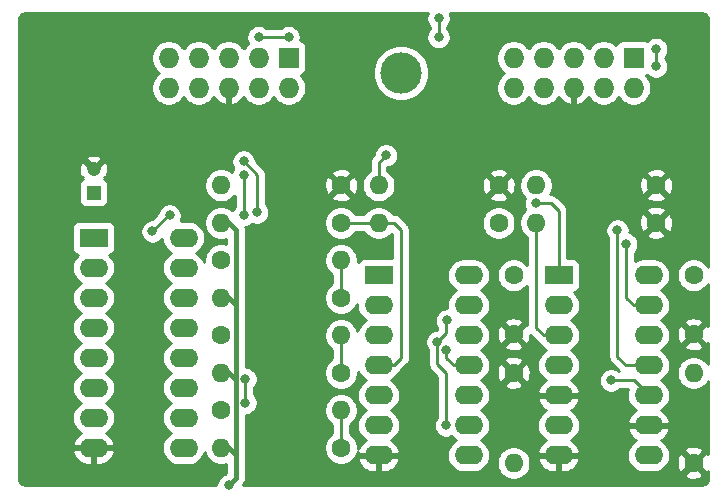
<source format=gbl>
%TF.GenerationSoftware,KiCad,Pcbnew,(5.1.8)-1*%
%TF.CreationDate,2021-01-19T01:30:05+01:00*%
%TF.ProjectId,Apple II Adapter,4170706c-6520-4494-9920-416461707465,rev?*%
%TF.SameCoordinates,Original*%
%TF.FileFunction,Copper,L2,Bot*%
%TF.FilePolarity,Positive*%
%FSLAX46Y46*%
G04 Gerber Fmt 4.6, Leading zero omitted, Abs format (unit mm)*
G04 Created by KiCad (PCBNEW (5.1.8)-1) date 2021-01-19 01:30:05*
%MOMM*%
%LPD*%
G01*
G04 APERTURE LIST*
%TA.AperFunction,ComponentPad*%
%ADD10O,2.400000X1.600000*%
%TD*%
%TA.AperFunction,ComponentPad*%
%ADD11R,2.400000X1.600000*%
%TD*%
%TA.AperFunction,ComponentPad*%
%ADD12O,1.600000X1.600000*%
%TD*%
%TA.AperFunction,ComponentPad*%
%ADD13C,1.600000*%
%TD*%
%TA.AperFunction,ComponentPad*%
%ADD14R,1.200000X1.200000*%
%TD*%
%TA.AperFunction,ComponentPad*%
%ADD15C,1.200000*%
%TD*%
%TA.AperFunction,ComponentPad*%
%ADD16O,1.727200X1.727200*%
%TD*%
%TA.AperFunction,ComponentPad*%
%ADD17R,1.727200X1.727200*%
%TD*%
%TA.AperFunction,ComponentPad*%
%ADD18C,3.500000*%
%TD*%
%TA.AperFunction,ViaPad*%
%ADD19C,0.800000*%
%TD*%
%TA.AperFunction,Conductor*%
%ADD20C,0.381000*%
%TD*%
%TA.AperFunction,Conductor*%
%ADD21C,0.250000*%
%TD*%
%TA.AperFunction,Conductor*%
%ADD22C,0.254000*%
%TD*%
%TA.AperFunction,Conductor*%
%ADD23C,0.100000*%
%TD*%
G04 APERTURE END LIST*
D10*
%TO.P,A1,16*%
%TO.N,Net-(A1-Pad16)*%
X174625000Y-117475000D03*
%TO.P,A1,8*%
%TO.N,GND*%
X167005000Y-135255000D03*
%TO.P,A1,15*%
%TO.N,Net-(A1-Pad15)*%
X174625000Y-120015000D03*
%TO.P,A1,7*%
%TO.N,/GC2*%
X167005000Y-132715000D03*
%TO.P,A1,14*%
%TO.N,Net-(A1-Pad14)*%
X174625000Y-122555000D03*
%TO.P,A1,6*%
%TO.N,/GC0*%
X167005000Y-130175000D03*
%TO.P,A1,13*%
%TO.N,Net-(A1-Pad13)*%
X174625000Y-125095000D03*
%TO.P,A1,5*%
%TO.N,Net-(A1-Pad5)*%
X167005000Y-127635000D03*
%TO.P,A1,12*%
%TO.N,Net-(A1-Pad12)*%
X174625000Y-127635000D03*
%TO.P,A1,4*%
%TO.N,Net-(A1-Pad4)*%
X167005000Y-125095000D03*
%TO.P,A1,11*%
%TO.N,/GC3*%
X174625000Y-130175000D03*
%TO.P,A1,3*%
%TO.N,/P1_FIRE*%
X167005000Y-122555000D03*
%TO.P,A1,10*%
%TO.N,/GC1*%
X174625000Y-132715000D03*
%TO.P,A1,2*%
%TO.N,/P2_FIRE*%
X167005000Y-120015000D03*
%TO.P,A1,9*%
%TO.N,Net-(A1-Pad9)*%
X174625000Y-135255000D03*
D11*
%TO.P,A1,1*%
%TO.N,VCC*%
X167005000Y-117475000D03*
%TD*%
D12*
%TO.P,R3,2*%
%TO.N,/P1_DOWN*%
X204470000Y-113030000D03*
D13*
%TO.P,R3,1*%
%TO.N,GND*%
X214630000Y-113030000D03*
%TD*%
%TO.P,C2,2*%
%TO.N,GND*%
X202565000Y-125650000D03*
%TO.P,C2,1*%
%TO.N,VCC*%
X202565000Y-120650000D03*
%TD*%
%TO.P,R14,1*%
%TO.N,/GC2*%
X177800000Y-132080000D03*
D12*
%TO.P,R14,2*%
%TO.N,/P2_UP*%
X187960000Y-132080000D03*
%TD*%
D11*
%TO.P,U1,1*%
%TO.N,/P1_DOWN*%
X206375000Y-120650000D03*
D10*
%TO.P,U1,8*%
%TO.N,Net-(U1-Pad8)*%
X213995000Y-135890000D03*
%TO.P,U1,2*%
%TO.N,Net-(U1-Pad2)*%
X206375000Y-123190000D03*
%TO.P,U1,9*%
%TO.N,GND*%
X213995000Y-133350000D03*
%TO.P,U1,3*%
%TO.N,/P1_RIGHT*%
X206375000Y-125730000D03*
%TO.P,U1,10*%
%TO.N,Net-(U1-Pad10)*%
X213995000Y-130810000D03*
%TO.P,U1,4*%
%TO.N,Net-(U1-Pad4)*%
X206375000Y-128270000D03*
%TO.P,U1,11*%
%TO.N,/P2_RIGHT*%
X213995000Y-128270000D03*
%TO.P,U1,5*%
%TO.N,GND*%
X206375000Y-130810000D03*
%TO.P,U1,12*%
%TO.N,Net-(U1-Pad12)*%
X213995000Y-125730000D03*
%TO.P,U1,6*%
%TO.N,Net-(U1-Pad6)*%
X206375000Y-133350000D03*
%TO.P,U1,13*%
%TO.N,/P2_DOWN*%
X213995000Y-123190000D03*
%TO.P,U1,7*%
%TO.N,GND*%
X206375000Y-135890000D03*
%TO.P,U1,14*%
%TO.N,VCC*%
X213995000Y-120650000D03*
%TD*%
D13*
%TO.P,C1,1*%
%TO.N,VCC*%
X217805000Y-120650000D03*
%TO.P,C1,2*%
%TO.N,GND*%
X217805000Y-125650000D03*
%TD*%
D14*
%TO.P,C3,1*%
%TO.N,VCC*%
X167005000Y-113665000D03*
D15*
%TO.P,C3,2*%
%TO.N,GND*%
X167005000Y-111665000D03*
%TD*%
D16*
%TO.P,J1,10*%
%TO.N,Net-(J1-Pad10)*%
X173355000Y-104775000D03*
%TO.P,J1,9*%
%TO.N,Net-(J1-Pad9)*%
X175895000Y-104775000D03*
%TO.P,J1,8*%
%TO.N,GND*%
X178435000Y-104775000D03*
%TO.P,J1,7*%
%TO.N,VCC*%
X180975000Y-104775000D03*
%TO.P,J1,6*%
%TO.N,/P1_FIRE*%
X183515000Y-104775000D03*
%TO.P,J1,5*%
%TO.N,Net-(J1-Pad5)*%
X173355000Y-102235000D03*
%TO.P,J1,4*%
%TO.N,/P1_RIGHT*%
X175895000Y-102235000D03*
%TO.P,J1,3*%
%TO.N,/P1_LEFT*%
X178435000Y-102235000D03*
%TO.P,J1,2*%
%TO.N,/P1_DOWN*%
X180975000Y-102235000D03*
D17*
%TO.P,J1,1*%
%TO.N,/P1_UP*%
X183515000Y-102235000D03*
%TD*%
%TO.P,J2,1*%
%TO.N,/P2_UP*%
X212725000Y-102235000D03*
D16*
%TO.P,J2,2*%
%TO.N,/P2_DOWN*%
X210185000Y-102235000D03*
%TO.P,J2,3*%
%TO.N,/P2_LEFT*%
X207645000Y-102235000D03*
%TO.P,J2,4*%
%TO.N,/P2_RIGHT*%
X205105000Y-102235000D03*
%TO.P,J2,5*%
%TO.N,Net-(J2-Pad5)*%
X202565000Y-102235000D03*
%TO.P,J2,6*%
%TO.N,/P2_FIRE*%
X212725000Y-104775000D03*
%TO.P,J2,7*%
%TO.N,VCC*%
X210185000Y-104775000D03*
%TO.P,J2,8*%
%TO.N,GND*%
X207645000Y-104775000D03*
%TO.P,J2,9*%
%TO.N,Net-(J2-Pad9)*%
X205105000Y-104775000D03*
%TO.P,J2,10*%
%TO.N,Net-(J2-Pad10)*%
X202565000Y-104775000D03*
%TD*%
D13*
%TO.P,R1,1*%
%TO.N,GND*%
X187960000Y-113030000D03*
D12*
%TO.P,R1,2*%
%TO.N,/P1_FIRE*%
X177800000Y-113030000D03*
%TD*%
%TO.P,R2,2*%
%TO.N,/P2_FIRE*%
X191135000Y-113030000D03*
D13*
%TO.P,R2,1*%
%TO.N,GND*%
X201295000Y-113030000D03*
%TD*%
%TO.P,R4,1*%
%TO.N,GND*%
X214630000Y-116205000D03*
D12*
%TO.P,R4,2*%
%TO.N,/P1_RIGHT*%
X204470000Y-116205000D03*
%TD*%
%TO.P,R7,2*%
%TO.N,VCC*%
X177800000Y-116205000D03*
D13*
%TO.P,R7,1*%
%TO.N,/P1_UP*%
X187960000Y-116205000D03*
%TD*%
%TO.P,R8,1*%
%TO.N,/P1_LEFT*%
X187960000Y-122555000D03*
D12*
%TO.P,R8,2*%
%TO.N,VCC*%
X177800000Y-122555000D03*
%TD*%
D13*
%TO.P,R9,1*%
%TO.N,/P2_LEFT*%
X187960000Y-128905000D03*
D12*
%TO.P,R9,2*%
%TO.N,VCC*%
X177800000Y-128905000D03*
%TD*%
%TO.P,R10,2*%
%TO.N,VCC*%
X177800000Y-135255000D03*
D13*
%TO.P,R10,1*%
%TO.N,/P2_UP*%
X187960000Y-135255000D03*
%TD*%
%TO.P,R11,1*%
%TO.N,/GC0*%
X177800000Y-119380000D03*
D12*
%TO.P,R11,2*%
%TO.N,/P1_LEFT*%
X187960000Y-119380000D03*
%TD*%
%TO.P,R12,2*%
%TO.N,/P1_UP*%
X191135000Y-116205000D03*
D13*
%TO.P,R12,1*%
%TO.N,/GC1*%
X201295000Y-116205000D03*
%TD*%
%TO.P,R13,1*%
%TO.N,/GC3*%
X177800000Y-125730000D03*
D12*
%TO.P,R13,2*%
%TO.N,/P2_LEFT*%
X187960000Y-125730000D03*
%TD*%
D10*
%TO.P,U2,14*%
%TO.N,VCC*%
X198755000Y-120650000D03*
%TO.P,U2,7*%
%TO.N,GND*%
X191135000Y-135890000D03*
%TO.P,U2,13*%
%TO.N,Net-(U1-Pad4)*%
X198755000Y-123190000D03*
%TO.P,U2,6*%
%TO.N,Net-(U1-Pad12)*%
X191135000Y-133350000D03*
%TO.P,U2,12*%
%TO.N,Net-(U1-Pad10)*%
X198755000Y-125730000D03*
%TO.P,U2,5*%
%TO.N,Net-(U1-Pad2)*%
X191135000Y-130810000D03*
%TO.P,U2,11*%
%TO.N,/P2_LEFT*%
X198755000Y-128270000D03*
%TO.P,U2,4*%
%TO.N,/P1_UP*%
X191135000Y-128270000D03*
%TO.P,U2,10*%
%TO.N,/GC3*%
X198755000Y-130810000D03*
%TO.P,U2,3*%
%TO.N,/GC1*%
X191135000Y-125730000D03*
%TO.P,U2,9*%
%TO.N,/P2_UP*%
X198755000Y-133350000D03*
%TO.P,U2,2*%
%TO.N,/P1_LEFT*%
X191135000Y-123190000D03*
%TO.P,U2,8*%
%TO.N,/GC2*%
X198755000Y-135890000D03*
D11*
%TO.P,U2,1*%
%TO.N,/GC0*%
X191135000Y-120650000D03*
%TD*%
D18*
%TO.P,M1,1*%
%TO.N,Net-(M1-Pad1)*%
X193040000Y-103505000D03*
%TD*%
D12*
%TO.P,R5,2*%
%TO.N,/P2_DOWN*%
X217805000Y-128905000D03*
D13*
%TO.P,R5,1*%
%TO.N,GND*%
X217805000Y-136525000D03*
%TD*%
%TO.P,R6,1*%
%TO.N,GND*%
X202565000Y-128905000D03*
D12*
%TO.P,R6,2*%
%TO.N,/P2_RIGHT*%
X202565000Y-136525000D03*
%TD*%
D19*
%TO.N,VCC*%
X178435000Y-138430000D03*
%TO.N,/P2_FIRE*%
X173445000Y-115570000D03*
X171995000Y-116930000D03*
X191770000Y-110490000D03*
X196215000Y-100485500D03*
X196215000Y-98904500D03*
X214630000Y-101510000D03*
X214630000Y-102960000D03*
%TO.N,/GC3*%
X179860500Y-129429070D03*
X179860500Y-131445000D03*
%TO.N,/P1_DOWN*%
X180848010Y-115315990D03*
X179705000Y-110998000D03*
X204470000Y-114554000D03*
%TO.N,/P1_LEFT*%
X179705000Y-115570000D03*
X179705000Y-112141018D03*
%TO.N,/P2_UP*%
X196125000Y-126292892D03*
X196849986Y-133350000D03*
X196940000Y-124460000D03*
%TO.N,/P2_DOWN*%
X212090000Y-118020000D03*
%TO.N,/P2_LEFT*%
X196850000Y-127000000D03*
%TO.N,/P2_RIGHT*%
X211365000Y-116840000D03*
%TO.N,Net-(U1-Pad10)*%
X210820000Y-129540000D03*
%TO.N,/P1_RIGHT*%
X180975000Y-100485500D03*
X183515000Y-100485500D03*
%TD*%
D20*
%TO.N,VCC*%
X178435000Y-138430000D02*
X179070000Y-137795000D01*
X178435000Y-135255000D02*
X179070000Y-135890000D01*
X177800000Y-135255000D02*
X178435000Y-135255000D01*
X179070000Y-137795000D02*
X179070000Y-135890000D01*
X179070000Y-135890000D02*
X179070000Y-129540000D01*
X179070000Y-129540000D02*
X178435000Y-128905000D01*
X178435000Y-128905000D02*
X177800000Y-128905000D01*
X179070000Y-129540000D02*
X179070000Y-123190000D01*
X178435000Y-122555000D02*
X177800000Y-122555000D01*
X179070000Y-123190000D02*
X178435000Y-122555000D01*
X179070000Y-123190000D02*
X179070000Y-116840000D01*
X178435000Y-116205000D02*
X177800000Y-116205000D01*
X179070000Y-116840000D02*
X178435000Y-116205000D01*
D21*
%TO.N,/P2_FIRE*%
X173355000Y-115570000D02*
X171995000Y-116930000D01*
X173445000Y-115570000D02*
X173355000Y-115570000D01*
X191135000Y-111125000D02*
X191770000Y-110490000D01*
X191135000Y-113030000D02*
X191135000Y-111125000D01*
X196215000Y-100485500D02*
X196215000Y-99060000D01*
X196215000Y-99060000D02*
X196215000Y-98904500D01*
X214630000Y-101510000D02*
X214630000Y-102960000D01*
%TO.N,/GC3*%
X179860500Y-129429070D02*
X179860500Y-131445000D01*
%TO.N,/P1_DOWN*%
X206375000Y-115189000D02*
X205740000Y-114554000D01*
X206375000Y-120650000D02*
X206375000Y-115189000D01*
X180848010Y-112141010D02*
X179705000Y-110998000D01*
X180848010Y-115315990D02*
X180848010Y-112141010D01*
X205740000Y-114554000D02*
X204470000Y-114554000D01*
%TO.N,/P1_LEFT*%
X187960000Y-122555000D02*
X187960000Y-119380000D01*
X179705000Y-115570000D02*
X179705000Y-112141018D01*
%TO.N,/P2_UP*%
X187960000Y-135255000D02*
X187960000Y-132080000D01*
X196849986Y-128904986D02*
X196125000Y-128180000D01*
X196849986Y-133350000D02*
X196849986Y-128904986D01*
X196125000Y-126292892D02*
X196125000Y-128180000D01*
X196125000Y-126292892D02*
X196850000Y-125567892D01*
X196850000Y-124550000D02*
X196940000Y-124460000D01*
X196850000Y-125567892D02*
X196850000Y-124550000D01*
%TO.N,/P2_DOWN*%
X212090000Y-118020000D02*
X212090000Y-122555000D01*
X212090000Y-122555000D02*
X212725000Y-123190000D01*
X212725000Y-123190000D02*
X213995000Y-123190000D01*
%TO.N,/P2_LEFT*%
X187960000Y-125730000D02*
X187960000Y-128905000D01*
X198755000Y-128270000D02*
X197485000Y-128270000D01*
X196850000Y-127635000D02*
X196850000Y-127000000D01*
X197485000Y-128270000D02*
X196850000Y-127635000D01*
%TO.N,/P2_RIGHT*%
X213995000Y-128270000D02*
X212090000Y-128270000D01*
X211365000Y-127545000D02*
X211365000Y-116840000D01*
X212090000Y-128270000D02*
X211365000Y-127545000D01*
%TO.N,Net-(U1-Pad10)*%
X212725000Y-129540000D02*
X213995000Y-130810000D01*
X210820000Y-129540000D02*
X212725000Y-129540000D01*
%TO.N,/P1_RIGHT*%
X206375000Y-125730000D02*
X205105000Y-125730000D01*
X204470000Y-125095000D02*
X204470000Y-118745000D01*
X205105000Y-125730000D02*
X204470000Y-125095000D01*
X204470000Y-118745000D02*
X204470000Y-116205000D01*
X180975000Y-100485500D02*
X183515000Y-100485500D01*
%TO.N,/P1_UP*%
X187960000Y-116205000D02*
X191135000Y-116205000D01*
X191135000Y-128270000D02*
X192405000Y-128270000D01*
X192405000Y-128270000D02*
X193040000Y-127635000D01*
X193040000Y-127635000D02*
X193040000Y-116840000D01*
X192405000Y-116205000D02*
X191135000Y-116205000D01*
X193040000Y-116840000D02*
X192405000Y-116205000D01*
%TD*%
D22*
%TO.N,GND*%
X195219774Y-98602602D02*
X195180000Y-98802561D01*
X195180000Y-99006439D01*
X195219774Y-99206398D01*
X195297795Y-99394756D01*
X195411063Y-99564274D01*
X195455001Y-99608212D01*
X195455000Y-99781789D01*
X195411063Y-99825726D01*
X195297795Y-99995244D01*
X195219774Y-100183602D01*
X195180000Y-100383561D01*
X195180000Y-100587439D01*
X195219774Y-100787398D01*
X195297795Y-100975756D01*
X195411063Y-101145274D01*
X195555226Y-101289437D01*
X195724744Y-101402705D01*
X195913102Y-101480726D01*
X196113061Y-101520500D01*
X196316939Y-101520500D01*
X196516898Y-101480726D01*
X196705256Y-101402705D01*
X196874774Y-101289437D01*
X197018937Y-101145274D01*
X197132205Y-100975756D01*
X197210226Y-100787398D01*
X197250000Y-100587439D01*
X197250000Y-100383561D01*
X197210226Y-100183602D01*
X197132205Y-99995244D01*
X197018937Y-99825726D01*
X196975000Y-99781789D01*
X196975000Y-99608211D01*
X197018937Y-99564274D01*
X197132205Y-99394756D01*
X197210226Y-99206398D01*
X197250000Y-99006439D01*
X197250000Y-98802561D01*
X197210226Y-98602602D01*
X197147016Y-98450000D01*
X218407721Y-98450000D01*
X218557869Y-98464722D01*
X218671246Y-98498953D01*
X218775819Y-98554555D01*
X218867596Y-98629407D01*
X218943091Y-98720664D01*
X218999419Y-98824844D01*
X219034440Y-98937976D01*
X219050001Y-99086031D01*
X219050000Y-119930344D01*
X218919637Y-119735241D01*
X218719759Y-119535363D01*
X218484727Y-119378320D01*
X218223574Y-119270147D01*
X217946335Y-119215000D01*
X217663665Y-119215000D01*
X217386426Y-119270147D01*
X217125273Y-119378320D01*
X216890241Y-119535363D01*
X216690363Y-119735241D01*
X216533320Y-119970273D01*
X216425147Y-120231426D01*
X216370000Y-120508665D01*
X216370000Y-120791335D01*
X216425147Y-121068574D01*
X216533320Y-121329727D01*
X216690363Y-121564759D01*
X216890241Y-121764637D01*
X217125273Y-121921680D01*
X217386426Y-122029853D01*
X217663665Y-122085000D01*
X217946335Y-122085000D01*
X218223574Y-122029853D01*
X218484727Y-121921680D01*
X218719759Y-121764637D01*
X218919637Y-121564759D01*
X219050000Y-121369656D01*
X219050000Y-124924069D01*
X219041671Y-124908486D01*
X218797702Y-124836903D01*
X217984605Y-125650000D01*
X218797702Y-126463097D01*
X219041671Y-126391514D01*
X219050000Y-126373911D01*
X219050000Y-128185344D01*
X218919637Y-127990241D01*
X218719759Y-127790363D01*
X218484727Y-127633320D01*
X218223574Y-127525147D01*
X217946335Y-127470000D01*
X217663665Y-127470000D01*
X217386426Y-127525147D01*
X217125273Y-127633320D01*
X216890241Y-127790363D01*
X216690363Y-127990241D01*
X216533320Y-128225273D01*
X216425147Y-128486426D01*
X216370000Y-128763665D01*
X216370000Y-129046335D01*
X216425147Y-129323574D01*
X216533320Y-129584727D01*
X216690363Y-129819759D01*
X216890241Y-130019637D01*
X217125273Y-130176680D01*
X217386426Y-130284853D01*
X217663665Y-130340000D01*
X217946335Y-130340000D01*
X218223574Y-130284853D01*
X218484727Y-130176680D01*
X218719759Y-130019637D01*
X218919637Y-129819759D01*
X219050000Y-129624656D01*
X219050000Y-135799069D01*
X219041671Y-135783486D01*
X218797702Y-135711903D01*
X217984605Y-136525000D01*
X218797702Y-137338097D01*
X219041671Y-137266514D01*
X219050000Y-137248911D01*
X219050000Y-137762721D01*
X219035278Y-137912869D01*
X219001047Y-138026246D01*
X218945446Y-138130817D01*
X218870594Y-138222595D01*
X218779335Y-138298091D01*
X218675160Y-138354419D01*
X218562024Y-138389440D01*
X218413979Y-138405000D01*
X179627956Y-138405000D01*
X179656541Y-138381541D01*
X179682389Y-138350045D01*
X179682392Y-138350042D01*
X179759699Y-138255843D01*
X179836353Y-138112434D01*
X179839883Y-138100798D01*
X179883556Y-137956826D01*
X179895500Y-137835553D01*
X179895500Y-137835551D01*
X179899494Y-137795000D01*
X179895500Y-137754450D01*
X179895500Y-135930550D01*
X179899494Y-135890000D01*
X179895500Y-135849447D01*
X179895500Y-132480000D01*
X179962439Y-132480000D01*
X180162398Y-132440226D01*
X180350756Y-132362205D01*
X180520274Y-132248937D01*
X180664437Y-132104774D01*
X180777705Y-131935256D01*
X180855726Y-131746898D01*
X180895500Y-131546939D01*
X180895500Y-131343061D01*
X180855726Y-131143102D01*
X180777705Y-130954744D01*
X180664437Y-130785226D01*
X180620500Y-130741289D01*
X180620500Y-130132781D01*
X180664437Y-130088844D01*
X180777705Y-129919326D01*
X180855726Y-129730968D01*
X180895500Y-129531009D01*
X180895500Y-129327131D01*
X180855726Y-129127172D01*
X180777705Y-128938814D01*
X180664437Y-128769296D01*
X180520274Y-128625133D01*
X180350756Y-128511865D01*
X180162398Y-128433844D01*
X179962439Y-128394070D01*
X179895500Y-128394070D01*
X179895500Y-123230550D01*
X179899494Y-123190000D01*
X179895500Y-123149447D01*
X179895500Y-116880550D01*
X179899494Y-116840000D01*
X179894721Y-116791541D01*
X179883556Y-116678174D01*
X179858262Y-116594791D01*
X180006898Y-116565226D01*
X180195256Y-116487205D01*
X180364774Y-116373937D01*
X180462237Y-116276474D01*
X180546112Y-116311216D01*
X180746071Y-116350990D01*
X180949949Y-116350990D01*
X181149908Y-116311216D01*
X181338266Y-116233195D01*
X181507784Y-116119927D01*
X181564046Y-116063665D01*
X186525000Y-116063665D01*
X186525000Y-116346335D01*
X186580147Y-116623574D01*
X186688320Y-116884727D01*
X186845363Y-117119759D01*
X187045241Y-117319637D01*
X187280273Y-117476680D01*
X187541426Y-117584853D01*
X187818665Y-117640000D01*
X188101335Y-117640000D01*
X188378574Y-117584853D01*
X188639727Y-117476680D01*
X188874759Y-117319637D01*
X189074637Y-117119759D01*
X189178043Y-116965000D01*
X189916957Y-116965000D01*
X190020363Y-117119759D01*
X190220241Y-117319637D01*
X190455273Y-117476680D01*
X190716426Y-117584853D01*
X190993665Y-117640000D01*
X191276335Y-117640000D01*
X191553574Y-117584853D01*
X191814727Y-117476680D01*
X192049759Y-117319637D01*
X192247297Y-117122099D01*
X192280001Y-117154803D01*
X192280001Y-119211928D01*
X189935000Y-119211928D01*
X189810518Y-119224188D01*
X189690820Y-119260498D01*
X189580506Y-119319463D01*
X189483815Y-119398815D01*
X189404463Y-119495506D01*
X189395000Y-119513210D01*
X189395000Y-119238665D01*
X189339853Y-118961426D01*
X189231680Y-118700273D01*
X189074637Y-118465241D01*
X188874759Y-118265363D01*
X188639727Y-118108320D01*
X188378574Y-118000147D01*
X188101335Y-117945000D01*
X187818665Y-117945000D01*
X187541426Y-118000147D01*
X187280273Y-118108320D01*
X187045241Y-118265363D01*
X186845363Y-118465241D01*
X186688320Y-118700273D01*
X186580147Y-118961426D01*
X186525000Y-119238665D01*
X186525000Y-119521335D01*
X186580147Y-119798574D01*
X186688320Y-120059727D01*
X186845363Y-120294759D01*
X187045241Y-120494637D01*
X187200001Y-120598044D01*
X187200000Y-121336956D01*
X187045241Y-121440363D01*
X186845363Y-121640241D01*
X186688320Y-121875273D01*
X186580147Y-122136426D01*
X186525000Y-122413665D01*
X186525000Y-122696335D01*
X186580147Y-122973574D01*
X186688320Y-123234727D01*
X186845363Y-123469759D01*
X187045241Y-123669637D01*
X187280273Y-123826680D01*
X187541426Y-123934853D01*
X187818665Y-123990000D01*
X188101335Y-123990000D01*
X188378574Y-123934853D01*
X188639727Y-123826680D01*
X188874759Y-123669637D01*
X189074637Y-123469759D01*
X189231680Y-123234727D01*
X189306425Y-123054277D01*
X189293057Y-123190000D01*
X189320764Y-123471309D01*
X189402818Y-123741808D01*
X189536068Y-123991101D01*
X189715392Y-124209608D01*
X189933899Y-124388932D01*
X190066858Y-124460000D01*
X189933899Y-124531068D01*
X189715392Y-124710392D01*
X189536068Y-124928899D01*
X189402818Y-125178192D01*
X189348783Y-125356322D01*
X189339853Y-125311426D01*
X189231680Y-125050273D01*
X189074637Y-124815241D01*
X188874759Y-124615363D01*
X188639727Y-124458320D01*
X188378574Y-124350147D01*
X188101335Y-124295000D01*
X187818665Y-124295000D01*
X187541426Y-124350147D01*
X187280273Y-124458320D01*
X187045241Y-124615363D01*
X186845363Y-124815241D01*
X186688320Y-125050273D01*
X186580147Y-125311426D01*
X186525000Y-125588665D01*
X186525000Y-125871335D01*
X186580147Y-126148574D01*
X186688320Y-126409727D01*
X186845363Y-126644759D01*
X187045241Y-126844637D01*
X187200000Y-126948044D01*
X187200001Y-127686956D01*
X187045241Y-127790363D01*
X186845363Y-127990241D01*
X186688320Y-128225273D01*
X186580147Y-128486426D01*
X186525000Y-128763665D01*
X186525000Y-129046335D01*
X186580147Y-129323574D01*
X186688320Y-129584727D01*
X186845363Y-129819759D01*
X187045241Y-130019637D01*
X187280273Y-130176680D01*
X187541426Y-130284853D01*
X187818665Y-130340000D01*
X188101335Y-130340000D01*
X188378574Y-130284853D01*
X188639727Y-130176680D01*
X188874759Y-130019637D01*
X189074637Y-129819759D01*
X189231680Y-129584727D01*
X189339853Y-129323574D01*
X189395000Y-129046335D01*
X189395000Y-128796035D01*
X189402818Y-128821808D01*
X189536068Y-129071101D01*
X189715392Y-129289608D01*
X189933899Y-129468932D01*
X190066858Y-129540000D01*
X189933899Y-129611068D01*
X189715392Y-129790392D01*
X189536068Y-130008899D01*
X189402818Y-130258192D01*
X189320764Y-130528691D01*
X189293057Y-130810000D01*
X189320764Y-131091309D01*
X189402818Y-131361808D01*
X189536068Y-131611101D01*
X189715392Y-131829608D01*
X189933899Y-132008932D01*
X190066858Y-132080000D01*
X189933899Y-132151068D01*
X189715392Y-132330392D01*
X189536068Y-132548899D01*
X189402818Y-132798192D01*
X189320764Y-133068691D01*
X189293057Y-133350000D01*
X189320764Y-133631309D01*
X189402818Y-133901808D01*
X189536068Y-134151101D01*
X189715392Y-134369608D01*
X189933899Y-134548932D01*
X190061741Y-134617265D01*
X189832161Y-134767399D01*
X189630500Y-134965105D01*
X189471285Y-135198354D01*
X189395000Y-135377483D01*
X189395000Y-135113665D01*
X189339853Y-134836426D01*
X189231680Y-134575273D01*
X189074637Y-134340241D01*
X188874759Y-134140363D01*
X188720000Y-134036957D01*
X188720000Y-133298043D01*
X188874759Y-133194637D01*
X189074637Y-132994759D01*
X189231680Y-132759727D01*
X189339853Y-132498574D01*
X189395000Y-132221335D01*
X189395000Y-131938665D01*
X189339853Y-131661426D01*
X189231680Y-131400273D01*
X189074637Y-131165241D01*
X188874759Y-130965363D01*
X188639727Y-130808320D01*
X188378574Y-130700147D01*
X188101335Y-130645000D01*
X187818665Y-130645000D01*
X187541426Y-130700147D01*
X187280273Y-130808320D01*
X187045241Y-130965363D01*
X186845363Y-131165241D01*
X186688320Y-131400273D01*
X186580147Y-131661426D01*
X186525000Y-131938665D01*
X186525000Y-132221335D01*
X186580147Y-132498574D01*
X186688320Y-132759727D01*
X186845363Y-132994759D01*
X187045241Y-133194637D01*
X187200001Y-133298044D01*
X187200000Y-134036956D01*
X187045241Y-134140363D01*
X186845363Y-134340241D01*
X186688320Y-134575273D01*
X186580147Y-134836426D01*
X186525000Y-135113665D01*
X186525000Y-135396335D01*
X186580147Y-135673574D01*
X186688320Y-135934727D01*
X186845363Y-136169759D01*
X187045241Y-136369637D01*
X187280273Y-136526680D01*
X187541426Y-136634853D01*
X187818665Y-136690000D01*
X188101335Y-136690000D01*
X188378574Y-136634853D01*
X188639727Y-136526680D01*
X188874759Y-136369637D01*
X189005357Y-136239039D01*
X189343096Y-136239039D01*
X189360633Y-136321818D01*
X189471285Y-136581646D01*
X189630500Y-136814895D01*
X189832161Y-137012601D01*
X190068517Y-137167166D01*
X190330486Y-137272650D01*
X190608000Y-137325000D01*
X191008000Y-137325000D01*
X191008000Y-136017000D01*
X191262000Y-136017000D01*
X191262000Y-137325000D01*
X191662000Y-137325000D01*
X191939514Y-137272650D01*
X192201483Y-137167166D01*
X192437839Y-137012601D01*
X192639500Y-136814895D01*
X192798715Y-136581646D01*
X192909367Y-136321818D01*
X192926904Y-136239039D01*
X192804915Y-136017000D01*
X191262000Y-136017000D01*
X191008000Y-136017000D01*
X189465085Y-136017000D01*
X189343096Y-136239039D01*
X189005357Y-136239039D01*
X189074637Y-136169759D01*
X189231680Y-135934727D01*
X189339853Y-135673574D01*
X189360082Y-135571878D01*
X189465085Y-135763000D01*
X191008000Y-135763000D01*
X191008000Y-135743000D01*
X191262000Y-135743000D01*
X191262000Y-135763000D01*
X192804915Y-135763000D01*
X192926904Y-135540961D01*
X192909367Y-135458182D01*
X192798715Y-135198354D01*
X192639500Y-134965105D01*
X192437839Y-134767399D01*
X192208259Y-134617265D01*
X192336101Y-134548932D01*
X192554608Y-134369608D01*
X192733932Y-134151101D01*
X192867182Y-133901808D01*
X192949236Y-133631309D01*
X192976943Y-133350000D01*
X192949236Y-133068691D01*
X192867182Y-132798192D01*
X192733932Y-132548899D01*
X192554608Y-132330392D01*
X192336101Y-132151068D01*
X192203142Y-132080000D01*
X192336101Y-132008932D01*
X192554608Y-131829608D01*
X192733932Y-131611101D01*
X192867182Y-131361808D01*
X192949236Y-131091309D01*
X192976943Y-130810000D01*
X192949236Y-130528691D01*
X192867182Y-130258192D01*
X192733932Y-130008899D01*
X192554608Y-129790392D01*
X192336101Y-129611068D01*
X192203142Y-129540000D01*
X192336101Y-129468932D01*
X192554608Y-129289608D01*
X192733932Y-129071101D01*
X192820110Y-128909873D01*
X192829276Y-128904974D01*
X192945001Y-128810001D01*
X192968803Y-128780998D01*
X193551004Y-128198798D01*
X193580001Y-128175001D01*
X193674974Y-128059276D01*
X193745546Y-127927247D01*
X193789003Y-127783986D01*
X193800000Y-127672333D01*
X193800000Y-127672332D01*
X193803677Y-127635000D01*
X193800000Y-127597667D01*
X193800000Y-126190953D01*
X195090000Y-126190953D01*
X195090000Y-126394831D01*
X195129774Y-126594790D01*
X195207795Y-126783148D01*
X195321063Y-126952666D01*
X195365000Y-126996603D01*
X195365001Y-128142668D01*
X195361324Y-128180000D01*
X195365001Y-128217333D01*
X195372553Y-128294003D01*
X195375998Y-128328985D01*
X195419454Y-128472246D01*
X195490026Y-128604276D01*
X195531333Y-128654608D01*
X195585000Y-128720001D01*
X195613998Y-128743799D01*
X196089987Y-129219789D01*
X196089986Y-132646289D01*
X196046049Y-132690226D01*
X195932781Y-132859744D01*
X195854760Y-133048102D01*
X195814986Y-133248061D01*
X195814986Y-133451939D01*
X195854760Y-133651898D01*
X195932781Y-133840256D01*
X196046049Y-134009774D01*
X196190212Y-134153937D01*
X196359730Y-134267205D01*
X196548088Y-134345226D01*
X196748047Y-134385000D01*
X196951925Y-134385000D01*
X197151884Y-134345226D01*
X197273903Y-134294684D01*
X197335392Y-134369608D01*
X197553899Y-134548932D01*
X197686858Y-134620000D01*
X197553899Y-134691068D01*
X197335392Y-134870392D01*
X197156068Y-135088899D01*
X197022818Y-135338192D01*
X196940764Y-135608691D01*
X196913057Y-135890000D01*
X196940764Y-136171309D01*
X197022818Y-136441808D01*
X197156068Y-136691101D01*
X197335392Y-136909608D01*
X197553899Y-137088932D01*
X197803192Y-137222182D01*
X198073691Y-137304236D01*
X198284508Y-137325000D01*
X199225492Y-137325000D01*
X199436309Y-137304236D01*
X199706808Y-137222182D01*
X199956101Y-137088932D01*
X200174608Y-136909608D01*
X200353932Y-136691101D01*
X200487182Y-136441808D01*
X200504819Y-136383665D01*
X201130000Y-136383665D01*
X201130000Y-136666335D01*
X201185147Y-136943574D01*
X201293320Y-137204727D01*
X201450363Y-137439759D01*
X201650241Y-137639637D01*
X201885273Y-137796680D01*
X202146426Y-137904853D01*
X202423665Y-137960000D01*
X202706335Y-137960000D01*
X202983574Y-137904853D01*
X203244727Y-137796680D01*
X203479759Y-137639637D01*
X203601694Y-137517702D01*
X216991903Y-137517702D01*
X217063486Y-137761671D01*
X217318996Y-137882571D01*
X217593184Y-137951300D01*
X217875512Y-137965217D01*
X218155130Y-137923787D01*
X218421292Y-137828603D01*
X218546514Y-137761671D01*
X218618097Y-137517702D01*
X217805000Y-136704605D01*
X216991903Y-137517702D01*
X203601694Y-137517702D01*
X203679637Y-137439759D01*
X203836680Y-137204727D01*
X203944853Y-136943574D01*
X204000000Y-136666335D01*
X204000000Y-136383665D01*
X203971232Y-136239039D01*
X204583096Y-136239039D01*
X204600633Y-136321818D01*
X204711285Y-136581646D01*
X204870500Y-136814895D01*
X205072161Y-137012601D01*
X205308517Y-137167166D01*
X205570486Y-137272650D01*
X205848000Y-137325000D01*
X206248000Y-137325000D01*
X206248000Y-136017000D01*
X206502000Y-136017000D01*
X206502000Y-137325000D01*
X206902000Y-137325000D01*
X207179514Y-137272650D01*
X207441483Y-137167166D01*
X207677839Y-137012601D01*
X207879500Y-136814895D01*
X208038715Y-136581646D01*
X208149367Y-136321818D01*
X208166904Y-136239039D01*
X208044915Y-136017000D01*
X206502000Y-136017000D01*
X206248000Y-136017000D01*
X204705085Y-136017000D01*
X204583096Y-136239039D01*
X203971232Y-136239039D01*
X203944853Y-136106426D01*
X203855207Y-135890000D01*
X212153057Y-135890000D01*
X212180764Y-136171309D01*
X212262818Y-136441808D01*
X212396068Y-136691101D01*
X212575392Y-136909608D01*
X212793899Y-137088932D01*
X213043192Y-137222182D01*
X213313691Y-137304236D01*
X213524508Y-137325000D01*
X214465492Y-137325000D01*
X214676309Y-137304236D01*
X214946808Y-137222182D01*
X215196101Y-137088932D01*
X215414608Y-136909608D01*
X215593932Y-136691101D01*
X215645025Y-136595512D01*
X216364783Y-136595512D01*
X216406213Y-136875130D01*
X216501397Y-137141292D01*
X216568329Y-137266514D01*
X216812298Y-137338097D01*
X217625395Y-136525000D01*
X216812298Y-135711903D01*
X216568329Y-135783486D01*
X216447429Y-136038996D01*
X216378700Y-136313184D01*
X216364783Y-136595512D01*
X215645025Y-136595512D01*
X215727182Y-136441808D01*
X215809236Y-136171309D01*
X215836943Y-135890000D01*
X215809236Y-135608691D01*
X215786063Y-135532298D01*
X216991903Y-135532298D01*
X217805000Y-136345395D01*
X218618097Y-135532298D01*
X218546514Y-135288329D01*
X218291004Y-135167429D01*
X218016816Y-135098700D01*
X217734488Y-135084783D01*
X217454870Y-135126213D01*
X217188708Y-135221397D01*
X217063486Y-135288329D01*
X216991903Y-135532298D01*
X215786063Y-135532298D01*
X215727182Y-135338192D01*
X215593932Y-135088899D01*
X215414608Y-134870392D01*
X215196101Y-134691068D01*
X215068259Y-134622735D01*
X215297839Y-134472601D01*
X215499500Y-134274895D01*
X215658715Y-134041646D01*
X215769367Y-133781818D01*
X215786904Y-133699039D01*
X215664915Y-133477000D01*
X214122000Y-133477000D01*
X214122000Y-133497000D01*
X213868000Y-133497000D01*
X213868000Y-133477000D01*
X212325085Y-133477000D01*
X212203096Y-133699039D01*
X212220633Y-133781818D01*
X212331285Y-134041646D01*
X212490500Y-134274895D01*
X212692161Y-134472601D01*
X212921741Y-134622735D01*
X212793899Y-134691068D01*
X212575392Y-134870392D01*
X212396068Y-135088899D01*
X212262818Y-135338192D01*
X212180764Y-135608691D01*
X212153057Y-135890000D01*
X203855207Y-135890000D01*
X203836680Y-135845273D01*
X203679637Y-135610241D01*
X203479759Y-135410363D01*
X203244727Y-135253320D01*
X202983574Y-135145147D01*
X202706335Y-135090000D01*
X202423665Y-135090000D01*
X202146426Y-135145147D01*
X201885273Y-135253320D01*
X201650241Y-135410363D01*
X201450363Y-135610241D01*
X201293320Y-135845273D01*
X201185147Y-136106426D01*
X201130000Y-136383665D01*
X200504819Y-136383665D01*
X200569236Y-136171309D01*
X200596943Y-135890000D01*
X200569236Y-135608691D01*
X200487182Y-135338192D01*
X200353932Y-135088899D01*
X200174608Y-134870392D01*
X199956101Y-134691068D01*
X199823142Y-134620000D01*
X199956101Y-134548932D01*
X200174608Y-134369608D01*
X200353932Y-134151101D01*
X200487182Y-133901808D01*
X200569236Y-133631309D01*
X200596943Y-133350000D01*
X204533057Y-133350000D01*
X204560764Y-133631309D01*
X204642818Y-133901808D01*
X204776068Y-134151101D01*
X204955392Y-134369608D01*
X205173899Y-134548932D01*
X205301741Y-134617265D01*
X205072161Y-134767399D01*
X204870500Y-134965105D01*
X204711285Y-135198354D01*
X204600633Y-135458182D01*
X204583096Y-135540961D01*
X204705085Y-135763000D01*
X206248000Y-135763000D01*
X206248000Y-135743000D01*
X206502000Y-135743000D01*
X206502000Y-135763000D01*
X208044915Y-135763000D01*
X208166904Y-135540961D01*
X208149367Y-135458182D01*
X208038715Y-135198354D01*
X207879500Y-134965105D01*
X207677839Y-134767399D01*
X207448259Y-134617265D01*
X207576101Y-134548932D01*
X207794608Y-134369608D01*
X207973932Y-134151101D01*
X208107182Y-133901808D01*
X208189236Y-133631309D01*
X208216943Y-133350000D01*
X208189236Y-133068691D01*
X208107182Y-132798192D01*
X207973932Y-132548899D01*
X207794608Y-132330392D01*
X207576101Y-132151068D01*
X207448259Y-132082735D01*
X207677839Y-131932601D01*
X207879500Y-131734895D01*
X208038715Y-131501646D01*
X208149367Y-131241818D01*
X208166904Y-131159039D01*
X208044915Y-130937000D01*
X206502000Y-130937000D01*
X206502000Y-130957000D01*
X206248000Y-130957000D01*
X206248000Y-130937000D01*
X204705085Y-130937000D01*
X204583096Y-131159039D01*
X204600633Y-131241818D01*
X204711285Y-131501646D01*
X204870500Y-131734895D01*
X205072161Y-131932601D01*
X205301741Y-132082735D01*
X205173899Y-132151068D01*
X204955392Y-132330392D01*
X204776068Y-132548899D01*
X204642818Y-132798192D01*
X204560764Y-133068691D01*
X204533057Y-133350000D01*
X200596943Y-133350000D01*
X200569236Y-133068691D01*
X200487182Y-132798192D01*
X200353932Y-132548899D01*
X200174608Y-132330392D01*
X199956101Y-132151068D01*
X199823142Y-132080000D01*
X199956101Y-132008932D01*
X200174608Y-131829608D01*
X200353932Y-131611101D01*
X200487182Y-131361808D01*
X200569236Y-131091309D01*
X200596943Y-130810000D01*
X200569236Y-130528691D01*
X200487182Y-130258192D01*
X200353932Y-130008899D01*
X200262676Y-129897702D01*
X201751903Y-129897702D01*
X201823486Y-130141671D01*
X202078996Y-130262571D01*
X202353184Y-130331300D01*
X202635512Y-130345217D01*
X202915130Y-130303787D01*
X203181292Y-130208603D01*
X203306514Y-130141671D01*
X203378097Y-129897702D01*
X202565000Y-129084605D01*
X201751903Y-129897702D01*
X200262676Y-129897702D01*
X200174608Y-129790392D01*
X199956101Y-129611068D01*
X199823142Y-129540000D01*
X199956101Y-129468932D01*
X200174608Y-129289608D01*
X200353932Y-129071101D01*
X200405025Y-128975512D01*
X201124783Y-128975512D01*
X201166213Y-129255130D01*
X201261397Y-129521292D01*
X201328329Y-129646514D01*
X201572298Y-129718097D01*
X202385395Y-128905000D01*
X202744605Y-128905000D01*
X203557702Y-129718097D01*
X203801671Y-129646514D01*
X203922571Y-129391004D01*
X203991300Y-129116816D01*
X204005217Y-128834488D01*
X203963787Y-128554870D01*
X203868603Y-128288708D01*
X203801671Y-128163486D01*
X203557702Y-128091903D01*
X202744605Y-128905000D01*
X202385395Y-128905000D01*
X201572298Y-128091903D01*
X201328329Y-128163486D01*
X201207429Y-128418996D01*
X201138700Y-128693184D01*
X201124783Y-128975512D01*
X200405025Y-128975512D01*
X200487182Y-128821808D01*
X200569236Y-128551309D01*
X200596943Y-128270000D01*
X200569236Y-127988691D01*
X200546063Y-127912298D01*
X201751903Y-127912298D01*
X202565000Y-128725395D01*
X203378097Y-127912298D01*
X203306514Y-127668329D01*
X203051004Y-127547429D01*
X202776816Y-127478700D01*
X202494488Y-127464783D01*
X202214870Y-127506213D01*
X201948708Y-127601397D01*
X201823486Y-127668329D01*
X201751903Y-127912298D01*
X200546063Y-127912298D01*
X200487182Y-127718192D01*
X200353932Y-127468899D01*
X200174608Y-127250392D01*
X199956101Y-127071068D01*
X199823142Y-127000000D01*
X199956101Y-126928932D01*
X200174608Y-126749608D01*
X200262343Y-126642702D01*
X201751903Y-126642702D01*
X201823486Y-126886671D01*
X202078996Y-127007571D01*
X202353184Y-127076300D01*
X202635512Y-127090217D01*
X202915130Y-127048787D01*
X203181292Y-126953603D01*
X203306514Y-126886671D01*
X203378097Y-126642702D01*
X202565000Y-125829605D01*
X201751903Y-126642702D01*
X200262343Y-126642702D01*
X200353932Y-126531101D01*
X200487182Y-126281808D01*
X200569236Y-126011309D01*
X200596943Y-125730000D01*
X200596009Y-125720512D01*
X201124783Y-125720512D01*
X201166213Y-126000130D01*
X201261397Y-126266292D01*
X201328329Y-126391514D01*
X201572298Y-126463097D01*
X202385395Y-125650000D01*
X201572298Y-124836903D01*
X201328329Y-124908486D01*
X201207429Y-125163996D01*
X201138700Y-125438184D01*
X201124783Y-125720512D01*
X200596009Y-125720512D01*
X200569236Y-125448691D01*
X200487182Y-125178192D01*
X200353932Y-124928899D01*
X200174608Y-124710392D01*
X200109913Y-124657298D01*
X201751903Y-124657298D01*
X202565000Y-125470395D01*
X203378097Y-124657298D01*
X203306514Y-124413329D01*
X203051004Y-124292429D01*
X202776816Y-124223700D01*
X202494488Y-124209783D01*
X202214870Y-124251213D01*
X201948708Y-124346397D01*
X201823486Y-124413329D01*
X201751903Y-124657298D01*
X200109913Y-124657298D01*
X199956101Y-124531068D01*
X199823142Y-124460000D01*
X199956101Y-124388932D01*
X200174608Y-124209608D01*
X200353932Y-123991101D01*
X200487182Y-123741808D01*
X200569236Y-123471309D01*
X200596943Y-123190000D01*
X200569236Y-122908691D01*
X200487182Y-122638192D01*
X200353932Y-122388899D01*
X200174608Y-122170392D01*
X199956101Y-121991068D01*
X199823142Y-121920000D01*
X199956101Y-121848932D01*
X200174608Y-121669608D01*
X200353932Y-121451101D01*
X200487182Y-121201808D01*
X200569236Y-120931309D01*
X200596943Y-120650000D01*
X200583023Y-120508665D01*
X201130000Y-120508665D01*
X201130000Y-120791335D01*
X201185147Y-121068574D01*
X201293320Y-121329727D01*
X201450363Y-121564759D01*
X201650241Y-121764637D01*
X201885273Y-121921680D01*
X202146426Y-122029853D01*
X202423665Y-122085000D01*
X202706335Y-122085000D01*
X202983574Y-122029853D01*
X203244727Y-121921680D01*
X203479759Y-121764637D01*
X203679637Y-121564759D01*
X203710001Y-121519317D01*
X203710000Y-124881589D01*
X203557702Y-124836903D01*
X202744605Y-125650000D01*
X203557702Y-126463097D01*
X203801671Y-126391514D01*
X203922571Y-126136004D01*
X203991300Y-125861816D01*
X203999320Y-125699121D01*
X204541200Y-126241002D01*
X204564999Y-126270001D01*
X204593997Y-126293799D01*
X204680724Y-126364974D01*
X204689890Y-126369873D01*
X204776068Y-126531101D01*
X204955392Y-126749608D01*
X205173899Y-126928932D01*
X205306858Y-127000000D01*
X205173899Y-127071068D01*
X204955392Y-127250392D01*
X204776068Y-127468899D01*
X204642818Y-127718192D01*
X204560764Y-127988691D01*
X204533057Y-128270000D01*
X204560764Y-128551309D01*
X204642818Y-128821808D01*
X204776068Y-129071101D01*
X204955392Y-129289608D01*
X205173899Y-129468932D01*
X205301741Y-129537265D01*
X205072161Y-129687399D01*
X204870500Y-129885105D01*
X204711285Y-130118354D01*
X204600633Y-130378182D01*
X204583096Y-130460961D01*
X204705085Y-130683000D01*
X206248000Y-130683000D01*
X206248000Y-130663000D01*
X206502000Y-130663000D01*
X206502000Y-130683000D01*
X208044915Y-130683000D01*
X208166904Y-130460961D01*
X208149367Y-130378182D01*
X208038715Y-130118354D01*
X207879500Y-129885105D01*
X207677839Y-129687399D01*
X207448259Y-129537265D01*
X207576101Y-129468932D01*
X207613717Y-129438061D01*
X209785000Y-129438061D01*
X209785000Y-129641939D01*
X209824774Y-129841898D01*
X209902795Y-130030256D01*
X210016063Y-130199774D01*
X210160226Y-130343937D01*
X210329744Y-130457205D01*
X210518102Y-130535226D01*
X210718061Y-130575000D01*
X210921939Y-130575000D01*
X211121898Y-130535226D01*
X211310256Y-130457205D01*
X211479774Y-130343937D01*
X211523711Y-130300000D01*
X212250136Y-130300000D01*
X212180764Y-130528691D01*
X212153057Y-130810000D01*
X212180764Y-131091309D01*
X212262818Y-131361808D01*
X212396068Y-131611101D01*
X212575392Y-131829608D01*
X212793899Y-132008932D01*
X212921741Y-132077265D01*
X212692161Y-132227399D01*
X212490500Y-132425105D01*
X212331285Y-132658354D01*
X212220633Y-132918182D01*
X212203096Y-133000961D01*
X212325085Y-133223000D01*
X213868000Y-133223000D01*
X213868000Y-133203000D01*
X214122000Y-133203000D01*
X214122000Y-133223000D01*
X215664915Y-133223000D01*
X215786904Y-133000961D01*
X215769367Y-132918182D01*
X215658715Y-132658354D01*
X215499500Y-132425105D01*
X215297839Y-132227399D01*
X215068259Y-132077265D01*
X215196101Y-132008932D01*
X215414608Y-131829608D01*
X215593932Y-131611101D01*
X215727182Y-131361808D01*
X215809236Y-131091309D01*
X215836943Y-130810000D01*
X215809236Y-130528691D01*
X215727182Y-130258192D01*
X215593932Y-130008899D01*
X215414608Y-129790392D01*
X215196101Y-129611068D01*
X215063142Y-129540000D01*
X215196101Y-129468932D01*
X215414608Y-129289608D01*
X215593932Y-129071101D01*
X215727182Y-128821808D01*
X215809236Y-128551309D01*
X215836943Y-128270000D01*
X215809236Y-127988691D01*
X215727182Y-127718192D01*
X215593932Y-127468899D01*
X215414608Y-127250392D01*
X215196101Y-127071068D01*
X215063142Y-127000000D01*
X215196101Y-126928932D01*
X215414608Y-126749608D01*
X215502343Y-126642702D01*
X216991903Y-126642702D01*
X217063486Y-126886671D01*
X217318996Y-127007571D01*
X217593184Y-127076300D01*
X217875512Y-127090217D01*
X218155130Y-127048787D01*
X218421292Y-126953603D01*
X218546514Y-126886671D01*
X218618097Y-126642702D01*
X217805000Y-125829605D01*
X216991903Y-126642702D01*
X215502343Y-126642702D01*
X215593932Y-126531101D01*
X215727182Y-126281808D01*
X215809236Y-126011309D01*
X215836943Y-125730000D01*
X215836009Y-125720512D01*
X216364783Y-125720512D01*
X216406213Y-126000130D01*
X216501397Y-126266292D01*
X216568329Y-126391514D01*
X216812298Y-126463097D01*
X217625395Y-125650000D01*
X216812298Y-124836903D01*
X216568329Y-124908486D01*
X216447429Y-125163996D01*
X216378700Y-125438184D01*
X216364783Y-125720512D01*
X215836009Y-125720512D01*
X215809236Y-125448691D01*
X215727182Y-125178192D01*
X215593932Y-124928899D01*
X215414608Y-124710392D01*
X215349913Y-124657298D01*
X216991903Y-124657298D01*
X217805000Y-125470395D01*
X218618097Y-124657298D01*
X218546514Y-124413329D01*
X218291004Y-124292429D01*
X218016816Y-124223700D01*
X217734488Y-124209783D01*
X217454870Y-124251213D01*
X217188708Y-124346397D01*
X217063486Y-124413329D01*
X216991903Y-124657298D01*
X215349913Y-124657298D01*
X215196101Y-124531068D01*
X215063142Y-124460000D01*
X215196101Y-124388932D01*
X215414608Y-124209608D01*
X215593932Y-123991101D01*
X215727182Y-123741808D01*
X215809236Y-123471309D01*
X215836943Y-123190000D01*
X215809236Y-122908691D01*
X215727182Y-122638192D01*
X215593932Y-122388899D01*
X215414608Y-122170392D01*
X215196101Y-121991068D01*
X215063142Y-121920000D01*
X215196101Y-121848932D01*
X215414608Y-121669608D01*
X215593932Y-121451101D01*
X215727182Y-121201808D01*
X215809236Y-120931309D01*
X215836943Y-120650000D01*
X215809236Y-120368691D01*
X215727182Y-120098192D01*
X215593932Y-119848899D01*
X215414608Y-119630392D01*
X215196101Y-119451068D01*
X214946808Y-119317818D01*
X214676309Y-119235764D01*
X214465492Y-119215000D01*
X213524508Y-119215000D01*
X213313691Y-119235764D01*
X213043192Y-119317818D01*
X212850000Y-119421081D01*
X212850000Y-118723711D01*
X212893937Y-118679774D01*
X213007205Y-118510256D01*
X213085226Y-118321898D01*
X213125000Y-118121939D01*
X213125000Y-117918061D01*
X213085226Y-117718102D01*
X213007205Y-117529744D01*
X212893937Y-117360226D01*
X212749774Y-117216063D01*
X212722295Y-117197702D01*
X213816903Y-117197702D01*
X213888486Y-117441671D01*
X214143996Y-117562571D01*
X214418184Y-117631300D01*
X214700512Y-117645217D01*
X214980130Y-117603787D01*
X215246292Y-117508603D01*
X215371514Y-117441671D01*
X215443097Y-117197702D01*
X214630000Y-116384605D01*
X213816903Y-117197702D01*
X212722295Y-117197702D01*
X212580256Y-117102795D01*
X212391898Y-117024774D01*
X212383842Y-117023172D01*
X212400000Y-116941939D01*
X212400000Y-116738061D01*
X212360226Y-116538102D01*
X212282205Y-116349744D01*
X212232605Y-116275512D01*
X213189783Y-116275512D01*
X213231213Y-116555130D01*
X213326397Y-116821292D01*
X213393329Y-116946514D01*
X213637298Y-117018097D01*
X214450395Y-116205000D01*
X214809605Y-116205000D01*
X215622702Y-117018097D01*
X215866671Y-116946514D01*
X215987571Y-116691004D01*
X216056300Y-116416816D01*
X216070217Y-116134488D01*
X216028787Y-115854870D01*
X215933603Y-115588708D01*
X215866671Y-115463486D01*
X215622702Y-115391903D01*
X214809605Y-116205000D01*
X214450395Y-116205000D01*
X213637298Y-115391903D01*
X213393329Y-115463486D01*
X213272429Y-115718996D01*
X213203700Y-115993184D01*
X213189783Y-116275512D01*
X212232605Y-116275512D01*
X212168937Y-116180226D01*
X212024774Y-116036063D01*
X211855256Y-115922795D01*
X211666898Y-115844774D01*
X211466939Y-115805000D01*
X211263061Y-115805000D01*
X211063102Y-115844774D01*
X210874744Y-115922795D01*
X210705226Y-116036063D01*
X210561063Y-116180226D01*
X210447795Y-116349744D01*
X210369774Y-116538102D01*
X210330000Y-116738061D01*
X210330000Y-116941939D01*
X210369774Y-117141898D01*
X210447795Y-117330256D01*
X210561063Y-117499774D01*
X210605001Y-117543712D01*
X210605000Y-127507678D01*
X210601324Y-127545000D01*
X210605000Y-127582322D01*
X210605000Y-127582332D01*
X210615997Y-127693985D01*
X210649350Y-127803937D01*
X210659454Y-127837246D01*
X210730026Y-127969276D01*
X210736984Y-127977754D01*
X210824999Y-128085001D01*
X210854002Y-128108803D01*
X211525198Y-128780000D01*
X211523711Y-128780000D01*
X211479774Y-128736063D01*
X211310256Y-128622795D01*
X211121898Y-128544774D01*
X210921939Y-128505000D01*
X210718061Y-128505000D01*
X210518102Y-128544774D01*
X210329744Y-128622795D01*
X210160226Y-128736063D01*
X210016063Y-128880226D01*
X209902795Y-129049744D01*
X209824774Y-129238102D01*
X209785000Y-129438061D01*
X207613717Y-129438061D01*
X207794608Y-129289608D01*
X207973932Y-129071101D01*
X208107182Y-128821808D01*
X208189236Y-128551309D01*
X208216943Y-128270000D01*
X208189236Y-127988691D01*
X208107182Y-127718192D01*
X207973932Y-127468899D01*
X207794608Y-127250392D01*
X207576101Y-127071068D01*
X207443142Y-127000000D01*
X207576101Y-126928932D01*
X207794608Y-126749608D01*
X207973932Y-126531101D01*
X208107182Y-126281808D01*
X208189236Y-126011309D01*
X208216943Y-125730000D01*
X208189236Y-125448691D01*
X208107182Y-125178192D01*
X207973932Y-124928899D01*
X207794608Y-124710392D01*
X207576101Y-124531068D01*
X207443142Y-124460000D01*
X207576101Y-124388932D01*
X207794608Y-124209608D01*
X207973932Y-123991101D01*
X208107182Y-123741808D01*
X208189236Y-123471309D01*
X208216943Y-123190000D01*
X208189236Y-122908691D01*
X208107182Y-122638192D01*
X207973932Y-122388899D01*
X207794608Y-122170392D01*
X207681518Y-122077581D01*
X207699482Y-122075812D01*
X207819180Y-122039502D01*
X207929494Y-121980537D01*
X208026185Y-121901185D01*
X208105537Y-121804494D01*
X208164502Y-121694180D01*
X208200812Y-121574482D01*
X208213072Y-121450000D01*
X208213072Y-119850000D01*
X208200812Y-119725518D01*
X208164502Y-119605820D01*
X208105537Y-119495506D01*
X208026185Y-119398815D01*
X207929494Y-119319463D01*
X207819180Y-119260498D01*
X207699482Y-119224188D01*
X207575000Y-119211928D01*
X207135000Y-119211928D01*
X207135000Y-115226333D01*
X207136382Y-115212298D01*
X213816903Y-115212298D01*
X214630000Y-116025395D01*
X215443097Y-115212298D01*
X215371514Y-114968329D01*
X215116004Y-114847429D01*
X214841816Y-114778700D01*
X214559488Y-114764783D01*
X214279870Y-114806213D01*
X214013708Y-114901397D01*
X213888486Y-114968329D01*
X213816903Y-115212298D01*
X207136382Y-115212298D01*
X207138677Y-115189000D01*
X207124003Y-115040014D01*
X207080546Y-114896753D01*
X207009974Y-114764724D01*
X206938799Y-114677997D01*
X206915001Y-114648999D01*
X206886002Y-114625200D01*
X206303803Y-114043002D01*
X206287144Y-114022702D01*
X213816903Y-114022702D01*
X213888486Y-114266671D01*
X214143996Y-114387571D01*
X214418184Y-114456300D01*
X214700512Y-114470217D01*
X214980130Y-114428787D01*
X215246292Y-114333603D01*
X215371514Y-114266671D01*
X215443097Y-114022702D01*
X214630000Y-113209605D01*
X213816903Y-114022702D01*
X206287144Y-114022702D01*
X206280001Y-114013999D01*
X206164276Y-113919026D01*
X206032247Y-113848454D01*
X205888986Y-113804997D01*
X205777333Y-113794000D01*
X205777322Y-113794000D01*
X205740000Y-113790324D01*
X205702678Y-113794000D01*
X205685371Y-113794000D01*
X205741680Y-113709727D01*
X205849853Y-113448574D01*
X205905000Y-113171335D01*
X205905000Y-113100512D01*
X213189783Y-113100512D01*
X213231213Y-113380130D01*
X213326397Y-113646292D01*
X213393329Y-113771514D01*
X213637298Y-113843097D01*
X214450395Y-113030000D01*
X214809605Y-113030000D01*
X215622702Y-113843097D01*
X215866671Y-113771514D01*
X215987571Y-113516004D01*
X216056300Y-113241816D01*
X216070217Y-112959488D01*
X216028787Y-112679870D01*
X215933603Y-112413708D01*
X215866671Y-112288486D01*
X215622702Y-112216903D01*
X214809605Y-113030000D01*
X214450395Y-113030000D01*
X213637298Y-112216903D01*
X213393329Y-112288486D01*
X213272429Y-112543996D01*
X213203700Y-112818184D01*
X213189783Y-113100512D01*
X205905000Y-113100512D01*
X205905000Y-112888665D01*
X205849853Y-112611426D01*
X205741680Y-112350273D01*
X205584637Y-112115241D01*
X205506694Y-112037298D01*
X213816903Y-112037298D01*
X214630000Y-112850395D01*
X215443097Y-112037298D01*
X215371514Y-111793329D01*
X215116004Y-111672429D01*
X214841816Y-111603700D01*
X214559488Y-111589783D01*
X214279870Y-111631213D01*
X214013708Y-111726397D01*
X213888486Y-111793329D01*
X213816903Y-112037298D01*
X205506694Y-112037298D01*
X205384759Y-111915363D01*
X205149727Y-111758320D01*
X204888574Y-111650147D01*
X204611335Y-111595000D01*
X204328665Y-111595000D01*
X204051426Y-111650147D01*
X203790273Y-111758320D01*
X203555241Y-111915363D01*
X203355363Y-112115241D01*
X203198320Y-112350273D01*
X203090147Y-112611426D01*
X203035000Y-112888665D01*
X203035000Y-113171335D01*
X203090147Y-113448574D01*
X203198320Y-113709727D01*
X203355363Y-113944759D01*
X203529818Y-114119214D01*
X203474774Y-114252102D01*
X203435000Y-114452061D01*
X203435000Y-114655939D01*
X203474774Y-114855898D01*
X203552795Y-115044256D01*
X203574849Y-115077262D01*
X203555241Y-115090363D01*
X203355363Y-115290241D01*
X203198320Y-115525273D01*
X203090147Y-115786426D01*
X203035000Y-116063665D01*
X203035000Y-116346335D01*
X203090147Y-116623574D01*
X203198320Y-116884727D01*
X203355363Y-117119759D01*
X203555241Y-117319637D01*
X203710001Y-117423044D01*
X203710000Y-118782332D01*
X203710001Y-118782342D01*
X203710001Y-119780684D01*
X203679637Y-119735241D01*
X203479759Y-119535363D01*
X203244727Y-119378320D01*
X202983574Y-119270147D01*
X202706335Y-119215000D01*
X202423665Y-119215000D01*
X202146426Y-119270147D01*
X201885273Y-119378320D01*
X201650241Y-119535363D01*
X201450363Y-119735241D01*
X201293320Y-119970273D01*
X201185147Y-120231426D01*
X201130000Y-120508665D01*
X200583023Y-120508665D01*
X200569236Y-120368691D01*
X200487182Y-120098192D01*
X200353932Y-119848899D01*
X200174608Y-119630392D01*
X199956101Y-119451068D01*
X199706808Y-119317818D01*
X199436309Y-119235764D01*
X199225492Y-119215000D01*
X198284508Y-119215000D01*
X198073691Y-119235764D01*
X197803192Y-119317818D01*
X197553899Y-119451068D01*
X197335392Y-119630392D01*
X197156068Y-119848899D01*
X197022818Y-120098192D01*
X196940764Y-120368691D01*
X196913057Y-120650000D01*
X196940764Y-120931309D01*
X197022818Y-121201808D01*
X197156068Y-121451101D01*
X197335392Y-121669608D01*
X197553899Y-121848932D01*
X197686858Y-121920000D01*
X197553899Y-121991068D01*
X197335392Y-122170392D01*
X197156068Y-122388899D01*
X197022818Y-122638192D01*
X196940764Y-122908691D01*
X196913057Y-123190000D01*
X196936203Y-123425000D01*
X196838061Y-123425000D01*
X196638102Y-123464774D01*
X196449744Y-123542795D01*
X196280226Y-123656063D01*
X196136063Y-123800226D01*
X196022795Y-123969744D01*
X195944774Y-124158102D01*
X195905000Y-124358061D01*
X195905000Y-124561939D01*
X195944774Y-124761898D01*
X196022795Y-124950256D01*
X196090001Y-125050836D01*
X196090000Y-125253090D01*
X196085198Y-125257892D01*
X196023061Y-125257892D01*
X195823102Y-125297666D01*
X195634744Y-125375687D01*
X195465226Y-125488955D01*
X195321063Y-125633118D01*
X195207795Y-125802636D01*
X195129774Y-125990994D01*
X195090000Y-126190953D01*
X193800000Y-126190953D01*
X193800000Y-116877333D01*
X193803677Y-116840000D01*
X193789003Y-116691014D01*
X193745546Y-116547753D01*
X193674974Y-116415724D01*
X193603799Y-116328997D01*
X193580001Y-116299999D01*
X193551002Y-116276200D01*
X193338467Y-116063665D01*
X199860000Y-116063665D01*
X199860000Y-116346335D01*
X199915147Y-116623574D01*
X200023320Y-116884727D01*
X200180363Y-117119759D01*
X200380241Y-117319637D01*
X200615273Y-117476680D01*
X200876426Y-117584853D01*
X201153665Y-117640000D01*
X201436335Y-117640000D01*
X201713574Y-117584853D01*
X201974727Y-117476680D01*
X202209759Y-117319637D01*
X202409637Y-117119759D01*
X202566680Y-116884727D01*
X202674853Y-116623574D01*
X202730000Y-116346335D01*
X202730000Y-116063665D01*
X202674853Y-115786426D01*
X202566680Y-115525273D01*
X202409637Y-115290241D01*
X202209759Y-115090363D01*
X201974727Y-114933320D01*
X201713574Y-114825147D01*
X201436335Y-114770000D01*
X201153665Y-114770000D01*
X200876426Y-114825147D01*
X200615273Y-114933320D01*
X200380241Y-115090363D01*
X200180363Y-115290241D01*
X200023320Y-115525273D01*
X199915147Y-115786426D01*
X199860000Y-116063665D01*
X193338467Y-116063665D01*
X192968803Y-115694002D01*
X192945001Y-115664999D01*
X192829276Y-115570026D01*
X192697247Y-115499454D01*
X192553986Y-115455997D01*
X192442333Y-115445000D01*
X192442322Y-115445000D01*
X192405000Y-115441324D01*
X192367678Y-115445000D01*
X192353043Y-115445000D01*
X192249637Y-115290241D01*
X192049759Y-115090363D01*
X191814727Y-114933320D01*
X191553574Y-114825147D01*
X191276335Y-114770000D01*
X190993665Y-114770000D01*
X190716426Y-114825147D01*
X190455273Y-114933320D01*
X190220241Y-115090363D01*
X190020363Y-115290241D01*
X189916957Y-115445000D01*
X189178043Y-115445000D01*
X189074637Y-115290241D01*
X188874759Y-115090363D01*
X188639727Y-114933320D01*
X188378574Y-114825147D01*
X188101335Y-114770000D01*
X187818665Y-114770000D01*
X187541426Y-114825147D01*
X187280273Y-114933320D01*
X187045241Y-115090363D01*
X186845363Y-115290241D01*
X186688320Y-115525273D01*
X186580147Y-115786426D01*
X186525000Y-116063665D01*
X181564046Y-116063665D01*
X181651947Y-115975764D01*
X181765215Y-115806246D01*
X181843236Y-115617888D01*
X181883010Y-115417929D01*
X181883010Y-115214051D01*
X181843236Y-115014092D01*
X181765215Y-114825734D01*
X181651947Y-114656216D01*
X181608010Y-114612279D01*
X181608010Y-114022702D01*
X187146903Y-114022702D01*
X187218486Y-114266671D01*
X187473996Y-114387571D01*
X187748184Y-114456300D01*
X188030512Y-114470217D01*
X188310130Y-114428787D01*
X188576292Y-114333603D01*
X188701514Y-114266671D01*
X188773097Y-114022702D01*
X187960000Y-113209605D01*
X187146903Y-114022702D01*
X181608010Y-114022702D01*
X181608010Y-113100512D01*
X186519783Y-113100512D01*
X186561213Y-113380130D01*
X186656397Y-113646292D01*
X186723329Y-113771514D01*
X186967298Y-113843097D01*
X187780395Y-113030000D01*
X188139605Y-113030000D01*
X188952702Y-113843097D01*
X189196671Y-113771514D01*
X189317571Y-113516004D01*
X189386300Y-113241816D01*
X189400217Y-112959488D01*
X189389724Y-112888665D01*
X189700000Y-112888665D01*
X189700000Y-113171335D01*
X189755147Y-113448574D01*
X189863320Y-113709727D01*
X190020363Y-113944759D01*
X190220241Y-114144637D01*
X190455273Y-114301680D01*
X190716426Y-114409853D01*
X190993665Y-114465000D01*
X191276335Y-114465000D01*
X191553574Y-114409853D01*
X191814727Y-114301680D01*
X192049759Y-114144637D01*
X192171694Y-114022702D01*
X200481903Y-114022702D01*
X200553486Y-114266671D01*
X200808996Y-114387571D01*
X201083184Y-114456300D01*
X201365512Y-114470217D01*
X201645130Y-114428787D01*
X201911292Y-114333603D01*
X202036514Y-114266671D01*
X202108097Y-114022702D01*
X201295000Y-113209605D01*
X200481903Y-114022702D01*
X192171694Y-114022702D01*
X192249637Y-113944759D01*
X192406680Y-113709727D01*
X192514853Y-113448574D01*
X192570000Y-113171335D01*
X192570000Y-113100512D01*
X199854783Y-113100512D01*
X199896213Y-113380130D01*
X199991397Y-113646292D01*
X200058329Y-113771514D01*
X200302298Y-113843097D01*
X201115395Y-113030000D01*
X201474605Y-113030000D01*
X202287702Y-113843097D01*
X202531671Y-113771514D01*
X202652571Y-113516004D01*
X202721300Y-113241816D01*
X202735217Y-112959488D01*
X202693787Y-112679870D01*
X202598603Y-112413708D01*
X202531671Y-112288486D01*
X202287702Y-112216903D01*
X201474605Y-113030000D01*
X201115395Y-113030000D01*
X200302298Y-112216903D01*
X200058329Y-112288486D01*
X199937429Y-112543996D01*
X199868700Y-112818184D01*
X199854783Y-113100512D01*
X192570000Y-113100512D01*
X192570000Y-112888665D01*
X192514853Y-112611426D01*
X192406680Y-112350273D01*
X192249637Y-112115241D01*
X192171694Y-112037298D01*
X200481903Y-112037298D01*
X201295000Y-112850395D01*
X202108097Y-112037298D01*
X202036514Y-111793329D01*
X201781004Y-111672429D01*
X201506816Y-111603700D01*
X201224488Y-111589783D01*
X200944870Y-111631213D01*
X200678708Y-111726397D01*
X200553486Y-111793329D01*
X200481903Y-112037298D01*
X192171694Y-112037298D01*
X192049759Y-111915363D01*
X191895000Y-111811957D01*
X191895000Y-111520413D01*
X192071898Y-111485226D01*
X192260256Y-111407205D01*
X192429774Y-111293937D01*
X192573937Y-111149774D01*
X192687205Y-110980256D01*
X192765226Y-110791898D01*
X192805000Y-110591939D01*
X192805000Y-110388061D01*
X192765226Y-110188102D01*
X192687205Y-109999744D01*
X192573937Y-109830226D01*
X192429774Y-109686063D01*
X192260256Y-109572795D01*
X192071898Y-109494774D01*
X191871939Y-109455000D01*
X191668061Y-109455000D01*
X191468102Y-109494774D01*
X191279744Y-109572795D01*
X191110226Y-109686063D01*
X190966063Y-109830226D01*
X190852795Y-109999744D01*
X190774774Y-110188102D01*
X190735000Y-110388061D01*
X190735000Y-110450199D01*
X190623998Y-110561201D01*
X190595000Y-110584999D01*
X190571202Y-110613997D01*
X190571201Y-110613998D01*
X190500026Y-110700724D01*
X190429454Y-110832754D01*
X190385998Y-110976015D01*
X190371324Y-111125000D01*
X190375001Y-111162332D01*
X190375001Y-111811956D01*
X190220241Y-111915363D01*
X190020363Y-112115241D01*
X189863320Y-112350273D01*
X189755147Y-112611426D01*
X189700000Y-112888665D01*
X189389724Y-112888665D01*
X189358787Y-112679870D01*
X189263603Y-112413708D01*
X189196671Y-112288486D01*
X188952702Y-112216903D01*
X188139605Y-113030000D01*
X187780395Y-113030000D01*
X186967298Y-112216903D01*
X186723329Y-112288486D01*
X186602429Y-112543996D01*
X186533700Y-112818184D01*
X186519783Y-113100512D01*
X181608010Y-113100512D01*
X181608010Y-112178332D01*
X181611686Y-112141009D01*
X181608010Y-112103685D01*
X181608010Y-112103677D01*
X181601473Y-112037298D01*
X187146903Y-112037298D01*
X187960000Y-112850395D01*
X188773097Y-112037298D01*
X188701514Y-111793329D01*
X188446004Y-111672429D01*
X188171816Y-111603700D01*
X187889488Y-111589783D01*
X187609870Y-111631213D01*
X187343708Y-111726397D01*
X187218486Y-111793329D01*
X187146903Y-112037298D01*
X181601473Y-112037298D01*
X181597013Y-111992024D01*
X181553556Y-111848763D01*
X181482984Y-111716734D01*
X181388011Y-111601009D01*
X181359013Y-111577211D01*
X180740000Y-110958199D01*
X180740000Y-110896061D01*
X180700226Y-110696102D01*
X180622205Y-110507744D01*
X180508937Y-110338226D01*
X180364774Y-110194063D01*
X180195256Y-110080795D01*
X180006898Y-110002774D01*
X179806939Y-109963000D01*
X179603061Y-109963000D01*
X179403102Y-110002774D01*
X179214744Y-110080795D01*
X179045226Y-110194063D01*
X178901063Y-110338226D01*
X178787795Y-110507744D01*
X178709774Y-110696102D01*
X178670000Y-110896061D01*
X178670000Y-111099939D01*
X178709774Y-111299898D01*
X178787795Y-111488256D01*
X178842086Y-111569509D01*
X178787795Y-111650762D01*
X178709774Y-111839120D01*
X178696972Y-111903478D01*
X178479727Y-111758320D01*
X178218574Y-111650147D01*
X177941335Y-111595000D01*
X177658665Y-111595000D01*
X177381426Y-111650147D01*
X177120273Y-111758320D01*
X176885241Y-111915363D01*
X176685363Y-112115241D01*
X176528320Y-112350273D01*
X176420147Y-112611426D01*
X176365000Y-112888665D01*
X176365000Y-113171335D01*
X176420147Y-113448574D01*
X176528320Y-113709727D01*
X176685363Y-113944759D01*
X176885241Y-114144637D01*
X177120273Y-114301680D01*
X177381426Y-114409853D01*
X177658665Y-114465000D01*
X177941335Y-114465000D01*
X178218574Y-114409853D01*
X178479727Y-114301680D01*
X178714759Y-114144637D01*
X178914637Y-113944759D01*
X178945000Y-113899317D01*
X178945000Y-114866289D01*
X178901063Y-114910226D01*
X178787795Y-115079744D01*
X178763293Y-115138897D01*
X178714759Y-115090363D01*
X178479727Y-114933320D01*
X178218574Y-114825147D01*
X177941335Y-114770000D01*
X177658665Y-114770000D01*
X177381426Y-114825147D01*
X177120273Y-114933320D01*
X176885241Y-115090363D01*
X176685363Y-115290241D01*
X176528320Y-115525273D01*
X176420147Y-115786426D01*
X176365000Y-116063665D01*
X176365000Y-116346335D01*
X176420147Y-116623574D01*
X176528320Y-116884727D01*
X176685363Y-117119759D01*
X176885241Y-117319637D01*
X177120273Y-117476680D01*
X177381426Y-117584853D01*
X177658665Y-117640000D01*
X177941335Y-117640000D01*
X178218574Y-117584853D01*
X178244501Y-117574114D01*
X178244501Y-118010886D01*
X178218574Y-118000147D01*
X177941335Y-117945000D01*
X177658665Y-117945000D01*
X177381426Y-118000147D01*
X177120273Y-118108320D01*
X176885241Y-118265363D01*
X176685363Y-118465241D01*
X176528320Y-118700273D01*
X176420147Y-118961426D01*
X176365000Y-119238665D01*
X176365000Y-119488965D01*
X176357182Y-119463192D01*
X176223932Y-119213899D01*
X176044608Y-118995392D01*
X175826101Y-118816068D01*
X175693142Y-118745000D01*
X175826101Y-118673932D01*
X176044608Y-118494608D01*
X176223932Y-118276101D01*
X176357182Y-118026808D01*
X176439236Y-117756309D01*
X176466943Y-117475000D01*
X176439236Y-117193691D01*
X176357182Y-116923192D01*
X176223932Y-116673899D01*
X176044608Y-116455392D01*
X175826101Y-116276068D01*
X175576808Y-116142818D01*
X175306309Y-116060764D01*
X175095492Y-116040000D01*
X174370595Y-116040000D01*
X174440226Y-115871898D01*
X174480000Y-115671939D01*
X174480000Y-115468061D01*
X174440226Y-115268102D01*
X174362205Y-115079744D01*
X174248937Y-114910226D01*
X174104774Y-114766063D01*
X173935256Y-114652795D01*
X173746898Y-114574774D01*
X173546939Y-114535000D01*
X173343061Y-114535000D01*
X173143102Y-114574774D01*
X172954744Y-114652795D01*
X172785226Y-114766063D01*
X172641063Y-114910226D01*
X172527795Y-115079744D01*
X172449774Y-115268102D01*
X172416918Y-115433279D01*
X171955198Y-115895000D01*
X171893061Y-115895000D01*
X171693102Y-115934774D01*
X171504744Y-116012795D01*
X171335226Y-116126063D01*
X171191063Y-116270226D01*
X171077795Y-116439744D01*
X170999774Y-116628102D01*
X170960000Y-116828061D01*
X170960000Y-117031939D01*
X170999774Y-117231898D01*
X171077795Y-117420256D01*
X171191063Y-117589774D01*
X171335226Y-117733937D01*
X171504744Y-117847205D01*
X171693102Y-117925226D01*
X171893061Y-117965000D01*
X172096939Y-117965000D01*
X172296898Y-117925226D01*
X172485256Y-117847205D01*
X172654774Y-117733937D01*
X172794772Y-117593939D01*
X172810764Y-117756309D01*
X172892818Y-118026808D01*
X173026068Y-118276101D01*
X173205392Y-118494608D01*
X173423899Y-118673932D01*
X173556858Y-118745000D01*
X173423899Y-118816068D01*
X173205392Y-118995392D01*
X173026068Y-119213899D01*
X172892818Y-119463192D01*
X172810764Y-119733691D01*
X172783057Y-120015000D01*
X172810764Y-120296309D01*
X172892818Y-120566808D01*
X173026068Y-120816101D01*
X173205392Y-121034608D01*
X173423899Y-121213932D01*
X173556858Y-121285000D01*
X173423899Y-121356068D01*
X173205392Y-121535392D01*
X173026068Y-121753899D01*
X172892818Y-122003192D01*
X172810764Y-122273691D01*
X172783057Y-122555000D01*
X172810764Y-122836309D01*
X172892818Y-123106808D01*
X173026068Y-123356101D01*
X173205392Y-123574608D01*
X173423899Y-123753932D01*
X173556858Y-123825000D01*
X173423899Y-123896068D01*
X173205392Y-124075392D01*
X173026068Y-124293899D01*
X172892818Y-124543192D01*
X172810764Y-124813691D01*
X172783057Y-125095000D01*
X172810764Y-125376309D01*
X172892818Y-125646808D01*
X173026068Y-125896101D01*
X173205392Y-126114608D01*
X173423899Y-126293932D01*
X173556858Y-126365000D01*
X173423899Y-126436068D01*
X173205392Y-126615392D01*
X173026068Y-126833899D01*
X172892818Y-127083192D01*
X172810764Y-127353691D01*
X172783057Y-127635000D01*
X172810764Y-127916309D01*
X172892818Y-128186808D01*
X173026068Y-128436101D01*
X173205392Y-128654608D01*
X173423899Y-128833932D01*
X173556858Y-128905000D01*
X173423899Y-128976068D01*
X173205392Y-129155392D01*
X173026068Y-129373899D01*
X172892818Y-129623192D01*
X172810764Y-129893691D01*
X172783057Y-130175000D01*
X172810764Y-130456309D01*
X172892818Y-130726808D01*
X173026068Y-130976101D01*
X173205392Y-131194608D01*
X173423899Y-131373932D01*
X173556858Y-131445000D01*
X173423899Y-131516068D01*
X173205392Y-131695392D01*
X173026068Y-131913899D01*
X172892818Y-132163192D01*
X172810764Y-132433691D01*
X172783057Y-132715000D01*
X172810764Y-132996309D01*
X172892818Y-133266808D01*
X173026068Y-133516101D01*
X173205392Y-133734608D01*
X173423899Y-133913932D01*
X173556858Y-133985000D01*
X173423899Y-134056068D01*
X173205392Y-134235392D01*
X173026068Y-134453899D01*
X172892818Y-134703192D01*
X172810764Y-134973691D01*
X172783057Y-135255000D01*
X172810764Y-135536309D01*
X172892818Y-135806808D01*
X173026068Y-136056101D01*
X173205392Y-136274608D01*
X173423899Y-136453932D01*
X173673192Y-136587182D01*
X173943691Y-136669236D01*
X174154508Y-136690000D01*
X175095492Y-136690000D01*
X175306309Y-136669236D01*
X175576808Y-136587182D01*
X175826101Y-136453932D01*
X176044608Y-136274608D01*
X176223932Y-136056101D01*
X176357182Y-135806808D01*
X176411217Y-135628678D01*
X176420147Y-135673574D01*
X176528320Y-135934727D01*
X176685363Y-136169759D01*
X176885241Y-136369637D01*
X177120273Y-136526680D01*
X177381426Y-136634853D01*
X177658665Y-136690000D01*
X177941335Y-136690000D01*
X178218574Y-136634853D01*
X178244501Y-136624114D01*
X178244500Y-137412616D01*
X178133102Y-137434774D01*
X177944744Y-137512795D01*
X177775226Y-137626063D01*
X177631063Y-137770226D01*
X177517795Y-137939744D01*
X177439774Y-138128102D01*
X177400000Y-138328061D01*
X177400000Y-138405000D01*
X161322279Y-138405000D01*
X161172131Y-138390278D01*
X161058754Y-138356047D01*
X160954183Y-138300446D01*
X160862405Y-138225594D01*
X160786909Y-138134335D01*
X160730581Y-138030160D01*
X160695560Y-137917024D01*
X160680000Y-137768979D01*
X160680000Y-135604039D01*
X165213096Y-135604039D01*
X165230633Y-135686818D01*
X165341285Y-135946646D01*
X165500500Y-136179895D01*
X165702161Y-136377601D01*
X165938517Y-136532166D01*
X166200486Y-136637650D01*
X166478000Y-136690000D01*
X166878000Y-136690000D01*
X166878000Y-135382000D01*
X167132000Y-135382000D01*
X167132000Y-136690000D01*
X167532000Y-136690000D01*
X167809514Y-136637650D01*
X168071483Y-136532166D01*
X168307839Y-136377601D01*
X168509500Y-136179895D01*
X168668715Y-135946646D01*
X168779367Y-135686818D01*
X168796904Y-135604039D01*
X168674915Y-135382000D01*
X167132000Y-135382000D01*
X166878000Y-135382000D01*
X165335085Y-135382000D01*
X165213096Y-135604039D01*
X160680000Y-135604039D01*
X160680000Y-120015000D01*
X165163057Y-120015000D01*
X165190764Y-120296309D01*
X165272818Y-120566808D01*
X165406068Y-120816101D01*
X165585392Y-121034608D01*
X165803899Y-121213932D01*
X165936858Y-121285000D01*
X165803899Y-121356068D01*
X165585392Y-121535392D01*
X165406068Y-121753899D01*
X165272818Y-122003192D01*
X165190764Y-122273691D01*
X165163057Y-122555000D01*
X165190764Y-122836309D01*
X165272818Y-123106808D01*
X165406068Y-123356101D01*
X165585392Y-123574608D01*
X165803899Y-123753932D01*
X165936858Y-123825000D01*
X165803899Y-123896068D01*
X165585392Y-124075392D01*
X165406068Y-124293899D01*
X165272818Y-124543192D01*
X165190764Y-124813691D01*
X165163057Y-125095000D01*
X165190764Y-125376309D01*
X165272818Y-125646808D01*
X165406068Y-125896101D01*
X165585392Y-126114608D01*
X165803899Y-126293932D01*
X165936858Y-126365000D01*
X165803899Y-126436068D01*
X165585392Y-126615392D01*
X165406068Y-126833899D01*
X165272818Y-127083192D01*
X165190764Y-127353691D01*
X165163057Y-127635000D01*
X165190764Y-127916309D01*
X165272818Y-128186808D01*
X165406068Y-128436101D01*
X165585392Y-128654608D01*
X165803899Y-128833932D01*
X165936858Y-128905000D01*
X165803899Y-128976068D01*
X165585392Y-129155392D01*
X165406068Y-129373899D01*
X165272818Y-129623192D01*
X165190764Y-129893691D01*
X165163057Y-130175000D01*
X165190764Y-130456309D01*
X165272818Y-130726808D01*
X165406068Y-130976101D01*
X165585392Y-131194608D01*
X165803899Y-131373932D01*
X165936858Y-131445000D01*
X165803899Y-131516068D01*
X165585392Y-131695392D01*
X165406068Y-131913899D01*
X165272818Y-132163192D01*
X165190764Y-132433691D01*
X165163057Y-132715000D01*
X165190764Y-132996309D01*
X165272818Y-133266808D01*
X165406068Y-133516101D01*
X165585392Y-133734608D01*
X165803899Y-133913932D01*
X165931741Y-133982265D01*
X165702161Y-134132399D01*
X165500500Y-134330105D01*
X165341285Y-134563354D01*
X165230633Y-134823182D01*
X165213096Y-134905961D01*
X165335085Y-135128000D01*
X166878000Y-135128000D01*
X166878000Y-135108000D01*
X167132000Y-135108000D01*
X167132000Y-135128000D01*
X168674915Y-135128000D01*
X168796904Y-134905961D01*
X168779367Y-134823182D01*
X168668715Y-134563354D01*
X168509500Y-134330105D01*
X168307839Y-134132399D01*
X168078259Y-133982265D01*
X168206101Y-133913932D01*
X168424608Y-133734608D01*
X168603932Y-133516101D01*
X168737182Y-133266808D01*
X168819236Y-132996309D01*
X168846943Y-132715000D01*
X168819236Y-132433691D01*
X168737182Y-132163192D01*
X168603932Y-131913899D01*
X168424608Y-131695392D01*
X168206101Y-131516068D01*
X168073142Y-131445000D01*
X168206101Y-131373932D01*
X168424608Y-131194608D01*
X168603932Y-130976101D01*
X168737182Y-130726808D01*
X168819236Y-130456309D01*
X168846943Y-130175000D01*
X168819236Y-129893691D01*
X168737182Y-129623192D01*
X168603932Y-129373899D01*
X168424608Y-129155392D01*
X168206101Y-128976068D01*
X168073142Y-128905000D01*
X168206101Y-128833932D01*
X168424608Y-128654608D01*
X168603932Y-128436101D01*
X168737182Y-128186808D01*
X168819236Y-127916309D01*
X168846943Y-127635000D01*
X168819236Y-127353691D01*
X168737182Y-127083192D01*
X168603932Y-126833899D01*
X168424608Y-126615392D01*
X168206101Y-126436068D01*
X168073142Y-126365000D01*
X168206101Y-126293932D01*
X168424608Y-126114608D01*
X168603932Y-125896101D01*
X168737182Y-125646808D01*
X168819236Y-125376309D01*
X168846943Y-125095000D01*
X168819236Y-124813691D01*
X168737182Y-124543192D01*
X168603932Y-124293899D01*
X168424608Y-124075392D01*
X168206101Y-123896068D01*
X168073142Y-123825000D01*
X168206101Y-123753932D01*
X168424608Y-123574608D01*
X168603932Y-123356101D01*
X168737182Y-123106808D01*
X168819236Y-122836309D01*
X168846943Y-122555000D01*
X168819236Y-122273691D01*
X168737182Y-122003192D01*
X168603932Y-121753899D01*
X168424608Y-121535392D01*
X168206101Y-121356068D01*
X168073142Y-121285000D01*
X168206101Y-121213932D01*
X168424608Y-121034608D01*
X168603932Y-120816101D01*
X168737182Y-120566808D01*
X168819236Y-120296309D01*
X168846943Y-120015000D01*
X168819236Y-119733691D01*
X168737182Y-119463192D01*
X168603932Y-119213899D01*
X168424608Y-118995392D01*
X168311518Y-118902581D01*
X168329482Y-118900812D01*
X168449180Y-118864502D01*
X168559494Y-118805537D01*
X168656185Y-118726185D01*
X168735537Y-118629494D01*
X168794502Y-118519180D01*
X168830812Y-118399482D01*
X168843072Y-118275000D01*
X168843072Y-116675000D01*
X168830812Y-116550518D01*
X168794502Y-116430820D01*
X168735537Y-116320506D01*
X168656185Y-116223815D01*
X168559494Y-116144463D01*
X168449180Y-116085498D01*
X168329482Y-116049188D01*
X168205000Y-116036928D01*
X165805000Y-116036928D01*
X165680518Y-116049188D01*
X165560820Y-116085498D01*
X165450506Y-116144463D01*
X165353815Y-116223815D01*
X165274463Y-116320506D01*
X165215498Y-116430820D01*
X165179188Y-116550518D01*
X165166928Y-116675000D01*
X165166928Y-118275000D01*
X165179188Y-118399482D01*
X165215498Y-118519180D01*
X165274463Y-118629494D01*
X165353815Y-118726185D01*
X165450506Y-118805537D01*
X165560820Y-118864502D01*
X165680518Y-118900812D01*
X165698482Y-118902581D01*
X165585392Y-118995392D01*
X165406068Y-119213899D01*
X165272818Y-119463192D01*
X165190764Y-119733691D01*
X165163057Y-120015000D01*
X160680000Y-120015000D01*
X160680000Y-111743438D01*
X165766505Y-111743438D01*
X165805605Y-111983549D01*
X165890798Y-112211418D01*
X165931652Y-112287852D01*
X166155234Y-112335158D01*
X166038128Y-112452264D01*
X166096006Y-112510142D01*
X166050506Y-112534463D01*
X165953815Y-112613815D01*
X165874463Y-112710506D01*
X165815498Y-112820820D01*
X165779188Y-112940518D01*
X165766928Y-113065000D01*
X165766928Y-114265000D01*
X165779188Y-114389482D01*
X165815498Y-114509180D01*
X165874463Y-114619494D01*
X165953815Y-114716185D01*
X166050506Y-114795537D01*
X166160820Y-114854502D01*
X166280518Y-114890812D01*
X166405000Y-114903072D01*
X167605000Y-114903072D01*
X167729482Y-114890812D01*
X167849180Y-114854502D01*
X167959494Y-114795537D01*
X168056185Y-114716185D01*
X168135537Y-114619494D01*
X168194502Y-114509180D01*
X168230812Y-114389482D01*
X168243072Y-114265000D01*
X168243072Y-113065000D01*
X168230812Y-112940518D01*
X168194502Y-112820820D01*
X168135537Y-112710506D01*
X168056185Y-112613815D01*
X167959494Y-112534463D01*
X167913994Y-112510142D01*
X167971872Y-112452264D01*
X167854766Y-112335158D01*
X168078348Y-112287852D01*
X168179237Y-112066484D01*
X168235000Y-111829687D01*
X168243495Y-111586562D01*
X168204395Y-111346451D01*
X168119202Y-111118582D01*
X168078348Y-111042148D01*
X167854764Y-110994841D01*
X167184605Y-111665000D01*
X167198748Y-111679143D01*
X167019143Y-111858748D01*
X167005000Y-111844605D01*
X166990858Y-111858748D01*
X166811253Y-111679143D01*
X166825395Y-111665000D01*
X166155236Y-110994841D01*
X165931652Y-111042148D01*
X165830763Y-111263516D01*
X165775000Y-111500313D01*
X165766505Y-111743438D01*
X160680000Y-111743438D01*
X160680000Y-110815236D01*
X166334841Y-110815236D01*
X167005000Y-111485395D01*
X167675159Y-110815236D01*
X167627852Y-110591652D01*
X167406484Y-110490763D01*
X167169687Y-110435000D01*
X166926562Y-110426505D01*
X166686451Y-110465605D01*
X166458582Y-110550798D01*
X166382148Y-110591652D01*
X166334841Y-110815236D01*
X160680000Y-110815236D01*
X160680000Y-102087401D01*
X171856400Y-102087401D01*
X171856400Y-102382599D01*
X171913990Y-102672125D01*
X172026958Y-102944853D01*
X172190961Y-103190302D01*
X172399698Y-103399039D01*
X172558281Y-103505000D01*
X172399698Y-103610961D01*
X172190961Y-103819698D01*
X172026958Y-104065147D01*
X171913990Y-104337875D01*
X171856400Y-104627401D01*
X171856400Y-104922599D01*
X171913990Y-105212125D01*
X172026958Y-105484853D01*
X172190961Y-105730302D01*
X172399698Y-105939039D01*
X172645147Y-106103042D01*
X172917875Y-106216010D01*
X173207401Y-106273600D01*
X173502599Y-106273600D01*
X173792125Y-106216010D01*
X174064853Y-106103042D01*
X174310302Y-105939039D01*
X174519039Y-105730302D01*
X174625000Y-105571719D01*
X174730961Y-105730302D01*
X174939698Y-105939039D01*
X175185147Y-106103042D01*
X175457875Y-106216010D01*
X175747401Y-106273600D01*
X176042599Y-106273600D01*
X176332125Y-106216010D01*
X176604853Y-106103042D01*
X176850302Y-105939039D01*
X177059039Y-105730302D01*
X177169559Y-105564897D01*
X177228183Y-105663488D01*
X177424707Y-105881854D01*
X177660056Y-106057684D01*
X177925186Y-106184222D01*
X178075974Y-106229958D01*
X178308000Y-106108817D01*
X178308000Y-104902000D01*
X178288000Y-104902000D01*
X178288000Y-104648000D01*
X178308000Y-104648000D01*
X178308000Y-104628000D01*
X178562000Y-104628000D01*
X178562000Y-104648000D01*
X178582000Y-104648000D01*
X178582000Y-104902000D01*
X178562000Y-104902000D01*
X178562000Y-106108817D01*
X178794026Y-106229958D01*
X178944814Y-106184222D01*
X179209944Y-106057684D01*
X179445293Y-105881854D01*
X179641817Y-105663488D01*
X179700441Y-105564897D01*
X179810961Y-105730302D01*
X180019698Y-105939039D01*
X180265147Y-106103042D01*
X180537875Y-106216010D01*
X180827401Y-106273600D01*
X181122599Y-106273600D01*
X181412125Y-106216010D01*
X181684853Y-106103042D01*
X181930302Y-105939039D01*
X182139039Y-105730302D01*
X182245000Y-105571719D01*
X182350961Y-105730302D01*
X182559698Y-105939039D01*
X182805147Y-106103042D01*
X183077875Y-106216010D01*
X183367401Y-106273600D01*
X183662599Y-106273600D01*
X183952125Y-106216010D01*
X184224853Y-106103042D01*
X184470302Y-105939039D01*
X184679039Y-105730302D01*
X184843042Y-105484853D01*
X184956010Y-105212125D01*
X185013600Y-104922599D01*
X185013600Y-104627401D01*
X184956010Y-104337875D01*
X184843042Y-104065147D01*
X184679039Y-103819698D01*
X184564977Y-103705636D01*
X184622780Y-103688102D01*
X184733094Y-103629137D01*
X184829785Y-103549785D01*
X184909137Y-103453094D01*
X184968102Y-103342780D01*
X184990149Y-103270098D01*
X190655000Y-103270098D01*
X190655000Y-103739902D01*
X190746654Y-104200679D01*
X190926440Y-104634721D01*
X191187450Y-105025349D01*
X191519651Y-105357550D01*
X191910279Y-105618560D01*
X192344321Y-105798346D01*
X192805098Y-105890000D01*
X193274902Y-105890000D01*
X193735679Y-105798346D01*
X194169721Y-105618560D01*
X194560349Y-105357550D01*
X194892550Y-105025349D01*
X195153560Y-104634721D01*
X195333346Y-104200679D01*
X195425000Y-103739902D01*
X195425000Y-103270098D01*
X195333346Y-102809321D01*
X195153560Y-102375279D01*
X194961206Y-102087401D01*
X201066400Y-102087401D01*
X201066400Y-102382599D01*
X201123990Y-102672125D01*
X201236958Y-102944853D01*
X201400961Y-103190302D01*
X201609698Y-103399039D01*
X201768281Y-103505000D01*
X201609698Y-103610961D01*
X201400961Y-103819698D01*
X201236958Y-104065147D01*
X201123990Y-104337875D01*
X201066400Y-104627401D01*
X201066400Y-104922599D01*
X201123990Y-105212125D01*
X201236958Y-105484853D01*
X201400961Y-105730302D01*
X201609698Y-105939039D01*
X201855147Y-106103042D01*
X202127875Y-106216010D01*
X202417401Y-106273600D01*
X202712599Y-106273600D01*
X203002125Y-106216010D01*
X203274853Y-106103042D01*
X203520302Y-105939039D01*
X203729039Y-105730302D01*
X203835000Y-105571719D01*
X203940961Y-105730302D01*
X204149698Y-105939039D01*
X204395147Y-106103042D01*
X204667875Y-106216010D01*
X204957401Y-106273600D01*
X205252599Y-106273600D01*
X205542125Y-106216010D01*
X205814853Y-106103042D01*
X206060302Y-105939039D01*
X206269039Y-105730302D01*
X206379559Y-105564897D01*
X206438183Y-105663488D01*
X206634707Y-105881854D01*
X206870056Y-106057684D01*
X207135186Y-106184222D01*
X207285974Y-106229958D01*
X207518000Y-106108817D01*
X207518000Y-104902000D01*
X207498000Y-104902000D01*
X207498000Y-104648000D01*
X207518000Y-104648000D01*
X207518000Y-104628000D01*
X207772000Y-104628000D01*
X207772000Y-104648000D01*
X207792000Y-104648000D01*
X207792000Y-104902000D01*
X207772000Y-104902000D01*
X207772000Y-106108817D01*
X208004026Y-106229958D01*
X208154814Y-106184222D01*
X208419944Y-106057684D01*
X208655293Y-105881854D01*
X208851817Y-105663488D01*
X208910441Y-105564897D01*
X209020961Y-105730302D01*
X209229698Y-105939039D01*
X209475147Y-106103042D01*
X209747875Y-106216010D01*
X210037401Y-106273600D01*
X210332599Y-106273600D01*
X210622125Y-106216010D01*
X210894853Y-106103042D01*
X211140302Y-105939039D01*
X211349039Y-105730302D01*
X211455000Y-105571719D01*
X211560961Y-105730302D01*
X211769698Y-105939039D01*
X212015147Y-106103042D01*
X212287875Y-106216010D01*
X212577401Y-106273600D01*
X212872599Y-106273600D01*
X213162125Y-106216010D01*
X213434853Y-106103042D01*
X213680302Y-105939039D01*
X213889039Y-105730302D01*
X214053042Y-105484853D01*
X214166010Y-105212125D01*
X214223600Y-104922599D01*
X214223600Y-104627401D01*
X214166010Y-104337875D01*
X214053042Y-104065147D01*
X213889039Y-103819698D01*
X213774977Y-103705636D01*
X213832780Y-103688102D01*
X213872930Y-103666641D01*
X213970226Y-103763937D01*
X214139744Y-103877205D01*
X214328102Y-103955226D01*
X214528061Y-103995000D01*
X214731939Y-103995000D01*
X214931898Y-103955226D01*
X215120256Y-103877205D01*
X215289774Y-103763937D01*
X215433937Y-103619774D01*
X215547205Y-103450256D01*
X215625226Y-103261898D01*
X215665000Y-103061939D01*
X215665000Y-102858061D01*
X215625226Y-102658102D01*
X215547205Y-102469744D01*
X215433937Y-102300226D01*
X215390000Y-102256289D01*
X215390000Y-102213711D01*
X215433937Y-102169774D01*
X215547205Y-102000256D01*
X215625226Y-101811898D01*
X215665000Y-101611939D01*
X215665000Y-101408061D01*
X215625226Y-101208102D01*
X215547205Y-101019744D01*
X215433937Y-100850226D01*
X215289774Y-100706063D01*
X215120256Y-100592795D01*
X214931898Y-100514774D01*
X214731939Y-100475000D01*
X214528061Y-100475000D01*
X214328102Y-100514774D01*
X214139744Y-100592795D01*
X213970226Y-100706063D01*
X213872930Y-100803359D01*
X213832780Y-100781898D01*
X213713082Y-100745588D01*
X213588600Y-100733328D01*
X211861400Y-100733328D01*
X211736918Y-100745588D01*
X211617220Y-100781898D01*
X211506906Y-100840863D01*
X211410215Y-100920215D01*
X211330863Y-101016906D01*
X211271898Y-101127220D01*
X211254364Y-101185023D01*
X211140302Y-101070961D01*
X210894853Y-100906958D01*
X210622125Y-100793990D01*
X210332599Y-100736400D01*
X210037401Y-100736400D01*
X209747875Y-100793990D01*
X209475147Y-100906958D01*
X209229698Y-101070961D01*
X209020961Y-101279698D01*
X208915000Y-101438281D01*
X208809039Y-101279698D01*
X208600302Y-101070961D01*
X208354853Y-100906958D01*
X208082125Y-100793990D01*
X207792599Y-100736400D01*
X207497401Y-100736400D01*
X207207875Y-100793990D01*
X206935147Y-100906958D01*
X206689698Y-101070961D01*
X206480961Y-101279698D01*
X206375000Y-101438281D01*
X206269039Y-101279698D01*
X206060302Y-101070961D01*
X205814853Y-100906958D01*
X205542125Y-100793990D01*
X205252599Y-100736400D01*
X204957401Y-100736400D01*
X204667875Y-100793990D01*
X204395147Y-100906958D01*
X204149698Y-101070961D01*
X203940961Y-101279698D01*
X203835000Y-101438281D01*
X203729039Y-101279698D01*
X203520302Y-101070961D01*
X203274853Y-100906958D01*
X203002125Y-100793990D01*
X202712599Y-100736400D01*
X202417401Y-100736400D01*
X202127875Y-100793990D01*
X201855147Y-100906958D01*
X201609698Y-101070961D01*
X201400961Y-101279698D01*
X201236958Y-101525147D01*
X201123990Y-101797875D01*
X201066400Y-102087401D01*
X194961206Y-102087401D01*
X194892550Y-101984651D01*
X194560349Y-101652450D01*
X194169721Y-101391440D01*
X193735679Y-101211654D01*
X193274902Y-101120000D01*
X192805098Y-101120000D01*
X192344321Y-101211654D01*
X191910279Y-101391440D01*
X191519651Y-101652450D01*
X191187450Y-101984651D01*
X190926440Y-102375279D01*
X190746654Y-102809321D01*
X190655000Y-103270098D01*
X184990149Y-103270098D01*
X185004412Y-103223082D01*
X185016672Y-103098600D01*
X185016672Y-101371400D01*
X185004412Y-101246918D01*
X184968102Y-101127220D01*
X184909137Y-101016906D01*
X184829785Y-100920215D01*
X184733094Y-100840863D01*
X184622780Y-100781898D01*
X184517663Y-100750011D01*
X184550000Y-100587439D01*
X184550000Y-100383561D01*
X184510226Y-100183602D01*
X184432205Y-99995244D01*
X184318937Y-99825726D01*
X184174774Y-99681563D01*
X184005256Y-99568295D01*
X183816898Y-99490274D01*
X183616939Y-99450500D01*
X183413061Y-99450500D01*
X183213102Y-99490274D01*
X183024744Y-99568295D01*
X182855226Y-99681563D01*
X182811289Y-99725500D01*
X181678711Y-99725500D01*
X181634774Y-99681563D01*
X181465256Y-99568295D01*
X181276898Y-99490274D01*
X181076939Y-99450500D01*
X180873061Y-99450500D01*
X180673102Y-99490274D01*
X180484744Y-99568295D01*
X180315226Y-99681563D01*
X180171063Y-99825726D01*
X180057795Y-99995244D01*
X179979774Y-100183602D01*
X179940000Y-100383561D01*
X179940000Y-100587439D01*
X179979774Y-100787398D01*
X180057795Y-100975756D01*
X180090015Y-101023977D01*
X180019698Y-101070961D01*
X179810961Y-101279698D01*
X179705000Y-101438281D01*
X179599039Y-101279698D01*
X179390302Y-101070961D01*
X179144853Y-100906958D01*
X178872125Y-100793990D01*
X178582599Y-100736400D01*
X178287401Y-100736400D01*
X177997875Y-100793990D01*
X177725147Y-100906958D01*
X177479698Y-101070961D01*
X177270961Y-101279698D01*
X177165000Y-101438281D01*
X177059039Y-101279698D01*
X176850302Y-101070961D01*
X176604853Y-100906958D01*
X176332125Y-100793990D01*
X176042599Y-100736400D01*
X175747401Y-100736400D01*
X175457875Y-100793990D01*
X175185147Y-100906958D01*
X174939698Y-101070961D01*
X174730961Y-101279698D01*
X174625000Y-101438281D01*
X174519039Y-101279698D01*
X174310302Y-101070961D01*
X174064853Y-100906958D01*
X173792125Y-100793990D01*
X173502599Y-100736400D01*
X173207401Y-100736400D01*
X172917875Y-100793990D01*
X172645147Y-100906958D01*
X172399698Y-101070961D01*
X172190961Y-101279698D01*
X172026958Y-101525147D01*
X171913990Y-101797875D01*
X171856400Y-102087401D01*
X160680000Y-102087401D01*
X160680000Y-99092279D01*
X160694722Y-98942131D01*
X160728953Y-98828754D01*
X160784555Y-98724181D01*
X160859407Y-98632404D01*
X160950664Y-98556909D01*
X161054844Y-98500581D01*
X161167976Y-98465560D01*
X161316022Y-98450000D01*
X195282984Y-98450000D01*
X195219774Y-98602602D01*
%TA.AperFunction,Conductor*%
D23*
G36*
X195219774Y-98602602D02*
G01*
X195180000Y-98802561D01*
X195180000Y-99006439D01*
X195219774Y-99206398D01*
X195297795Y-99394756D01*
X195411063Y-99564274D01*
X195455001Y-99608212D01*
X195455000Y-99781789D01*
X195411063Y-99825726D01*
X195297795Y-99995244D01*
X195219774Y-100183602D01*
X195180000Y-100383561D01*
X195180000Y-100587439D01*
X195219774Y-100787398D01*
X195297795Y-100975756D01*
X195411063Y-101145274D01*
X195555226Y-101289437D01*
X195724744Y-101402705D01*
X195913102Y-101480726D01*
X196113061Y-101520500D01*
X196316939Y-101520500D01*
X196516898Y-101480726D01*
X196705256Y-101402705D01*
X196874774Y-101289437D01*
X197018937Y-101145274D01*
X197132205Y-100975756D01*
X197210226Y-100787398D01*
X197250000Y-100587439D01*
X197250000Y-100383561D01*
X197210226Y-100183602D01*
X197132205Y-99995244D01*
X197018937Y-99825726D01*
X196975000Y-99781789D01*
X196975000Y-99608211D01*
X197018937Y-99564274D01*
X197132205Y-99394756D01*
X197210226Y-99206398D01*
X197250000Y-99006439D01*
X197250000Y-98802561D01*
X197210226Y-98602602D01*
X197147016Y-98450000D01*
X218407721Y-98450000D01*
X218557869Y-98464722D01*
X218671246Y-98498953D01*
X218775819Y-98554555D01*
X218867596Y-98629407D01*
X218943091Y-98720664D01*
X218999419Y-98824844D01*
X219034440Y-98937976D01*
X219050001Y-99086031D01*
X219050000Y-119930344D01*
X218919637Y-119735241D01*
X218719759Y-119535363D01*
X218484727Y-119378320D01*
X218223574Y-119270147D01*
X217946335Y-119215000D01*
X217663665Y-119215000D01*
X217386426Y-119270147D01*
X217125273Y-119378320D01*
X216890241Y-119535363D01*
X216690363Y-119735241D01*
X216533320Y-119970273D01*
X216425147Y-120231426D01*
X216370000Y-120508665D01*
X216370000Y-120791335D01*
X216425147Y-121068574D01*
X216533320Y-121329727D01*
X216690363Y-121564759D01*
X216890241Y-121764637D01*
X217125273Y-121921680D01*
X217386426Y-122029853D01*
X217663665Y-122085000D01*
X217946335Y-122085000D01*
X218223574Y-122029853D01*
X218484727Y-121921680D01*
X218719759Y-121764637D01*
X218919637Y-121564759D01*
X219050000Y-121369656D01*
X219050000Y-124924069D01*
X219041671Y-124908486D01*
X218797702Y-124836903D01*
X217984605Y-125650000D01*
X218797702Y-126463097D01*
X219041671Y-126391514D01*
X219050000Y-126373911D01*
X219050000Y-128185344D01*
X218919637Y-127990241D01*
X218719759Y-127790363D01*
X218484727Y-127633320D01*
X218223574Y-127525147D01*
X217946335Y-127470000D01*
X217663665Y-127470000D01*
X217386426Y-127525147D01*
X217125273Y-127633320D01*
X216890241Y-127790363D01*
X216690363Y-127990241D01*
X216533320Y-128225273D01*
X216425147Y-128486426D01*
X216370000Y-128763665D01*
X216370000Y-129046335D01*
X216425147Y-129323574D01*
X216533320Y-129584727D01*
X216690363Y-129819759D01*
X216890241Y-130019637D01*
X217125273Y-130176680D01*
X217386426Y-130284853D01*
X217663665Y-130340000D01*
X217946335Y-130340000D01*
X218223574Y-130284853D01*
X218484727Y-130176680D01*
X218719759Y-130019637D01*
X218919637Y-129819759D01*
X219050000Y-129624656D01*
X219050000Y-135799069D01*
X219041671Y-135783486D01*
X218797702Y-135711903D01*
X217984605Y-136525000D01*
X218797702Y-137338097D01*
X219041671Y-137266514D01*
X219050000Y-137248911D01*
X219050000Y-137762721D01*
X219035278Y-137912869D01*
X219001047Y-138026246D01*
X218945446Y-138130817D01*
X218870594Y-138222595D01*
X218779335Y-138298091D01*
X218675160Y-138354419D01*
X218562024Y-138389440D01*
X218413979Y-138405000D01*
X179627956Y-138405000D01*
X179656541Y-138381541D01*
X179682389Y-138350045D01*
X179682392Y-138350042D01*
X179759699Y-138255843D01*
X179836353Y-138112434D01*
X179839883Y-138100798D01*
X179883556Y-137956826D01*
X179895500Y-137835553D01*
X179895500Y-137835551D01*
X179899494Y-137795000D01*
X179895500Y-137754450D01*
X179895500Y-135930550D01*
X179899494Y-135890000D01*
X179895500Y-135849447D01*
X179895500Y-132480000D01*
X179962439Y-132480000D01*
X180162398Y-132440226D01*
X180350756Y-132362205D01*
X180520274Y-132248937D01*
X180664437Y-132104774D01*
X180777705Y-131935256D01*
X180855726Y-131746898D01*
X180895500Y-131546939D01*
X180895500Y-131343061D01*
X180855726Y-131143102D01*
X180777705Y-130954744D01*
X180664437Y-130785226D01*
X180620500Y-130741289D01*
X180620500Y-130132781D01*
X180664437Y-130088844D01*
X180777705Y-129919326D01*
X180855726Y-129730968D01*
X180895500Y-129531009D01*
X180895500Y-129327131D01*
X180855726Y-129127172D01*
X180777705Y-128938814D01*
X180664437Y-128769296D01*
X180520274Y-128625133D01*
X180350756Y-128511865D01*
X180162398Y-128433844D01*
X179962439Y-128394070D01*
X179895500Y-128394070D01*
X179895500Y-123230550D01*
X179899494Y-123190000D01*
X179895500Y-123149447D01*
X179895500Y-116880550D01*
X179899494Y-116840000D01*
X179894721Y-116791541D01*
X179883556Y-116678174D01*
X179858262Y-116594791D01*
X180006898Y-116565226D01*
X180195256Y-116487205D01*
X180364774Y-116373937D01*
X180462237Y-116276474D01*
X180546112Y-116311216D01*
X180746071Y-116350990D01*
X180949949Y-116350990D01*
X181149908Y-116311216D01*
X181338266Y-116233195D01*
X181507784Y-116119927D01*
X181564046Y-116063665D01*
X186525000Y-116063665D01*
X186525000Y-116346335D01*
X186580147Y-116623574D01*
X186688320Y-116884727D01*
X186845363Y-117119759D01*
X187045241Y-117319637D01*
X187280273Y-117476680D01*
X187541426Y-117584853D01*
X187818665Y-117640000D01*
X188101335Y-117640000D01*
X188378574Y-117584853D01*
X188639727Y-117476680D01*
X188874759Y-117319637D01*
X189074637Y-117119759D01*
X189178043Y-116965000D01*
X189916957Y-116965000D01*
X190020363Y-117119759D01*
X190220241Y-117319637D01*
X190455273Y-117476680D01*
X190716426Y-117584853D01*
X190993665Y-117640000D01*
X191276335Y-117640000D01*
X191553574Y-117584853D01*
X191814727Y-117476680D01*
X192049759Y-117319637D01*
X192247297Y-117122099D01*
X192280001Y-117154803D01*
X192280001Y-119211928D01*
X189935000Y-119211928D01*
X189810518Y-119224188D01*
X189690820Y-119260498D01*
X189580506Y-119319463D01*
X189483815Y-119398815D01*
X189404463Y-119495506D01*
X189395000Y-119513210D01*
X189395000Y-119238665D01*
X189339853Y-118961426D01*
X189231680Y-118700273D01*
X189074637Y-118465241D01*
X188874759Y-118265363D01*
X188639727Y-118108320D01*
X188378574Y-118000147D01*
X188101335Y-117945000D01*
X187818665Y-117945000D01*
X187541426Y-118000147D01*
X187280273Y-118108320D01*
X187045241Y-118265363D01*
X186845363Y-118465241D01*
X186688320Y-118700273D01*
X186580147Y-118961426D01*
X186525000Y-119238665D01*
X186525000Y-119521335D01*
X186580147Y-119798574D01*
X186688320Y-120059727D01*
X186845363Y-120294759D01*
X187045241Y-120494637D01*
X187200001Y-120598044D01*
X187200000Y-121336956D01*
X187045241Y-121440363D01*
X186845363Y-121640241D01*
X186688320Y-121875273D01*
X186580147Y-122136426D01*
X186525000Y-122413665D01*
X186525000Y-122696335D01*
X186580147Y-122973574D01*
X186688320Y-123234727D01*
X186845363Y-123469759D01*
X187045241Y-123669637D01*
X187280273Y-123826680D01*
X187541426Y-123934853D01*
X187818665Y-123990000D01*
X188101335Y-123990000D01*
X188378574Y-123934853D01*
X188639727Y-123826680D01*
X188874759Y-123669637D01*
X189074637Y-123469759D01*
X189231680Y-123234727D01*
X189306425Y-123054277D01*
X189293057Y-123190000D01*
X189320764Y-123471309D01*
X189402818Y-123741808D01*
X189536068Y-123991101D01*
X189715392Y-124209608D01*
X189933899Y-124388932D01*
X190066858Y-124460000D01*
X189933899Y-124531068D01*
X189715392Y-124710392D01*
X189536068Y-124928899D01*
X189402818Y-125178192D01*
X189348783Y-125356322D01*
X189339853Y-125311426D01*
X189231680Y-125050273D01*
X189074637Y-124815241D01*
X188874759Y-124615363D01*
X188639727Y-124458320D01*
X188378574Y-124350147D01*
X188101335Y-124295000D01*
X187818665Y-124295000D01*
X187541426Y-124350147D01*
X187280273Y-124458320D01*
X187045241Y-124615363D01*
X186845363Y-124815241D01*
X186688320Y-125050273D01*
X186580147Y-125311426D01*
X186525000Y-125588665D01*
X186525000Y-125871335D01*
X186580147Y-126148574D01*
X186688320Y-126409727D01*
X186845363Y-126644759D01*
X187045241Y-126844637D01*
X187200000Y-126948044D01*
X187200001Y-127686956D01*
X187045241Y-127790363D01*
X186845363Y-127990241D01*
X186688320Y-128225273D01*
X186580147Y-128486426D01*
X186525000Y-128763665D01*
X186525000Y-129046335D01*
X186580147Y-129323574D01*
X186688320Y-129584727D01*
X186845363Y-129819759D01*
X187045241Y-130019637D01*
X187280273Y-130176680D01*
X187541426Y-130284853D01*
X187818665Y-130340000D01*
X188101335Y-130340000D01*
X188378574Y-130284853D01*
X188639727Y-130176680D01*
X188874759Y-130019637D01*
X189074637Y-129819759D01*
X189231680Y-129584727D01*
X189339853Y-129323574D01*
X189395000Y-129046335D01*
X189395000Y-128796035D01*
X189402818Y-128821808D01*
X189536068Y-129071101D01*
X189715392Y-129289608D01*
X189933899Y-129468932D01*
X190066858Y-129540000D01*
X189933899Y-129611068D01*
X189715392Y-129790392D01*
X189536068Y-130008899D01*
X189402818Y-130258192D01*
X189320764Y-130528691D01*
X189293057Y-130810000D01*
X189320764Y-131091309D01*
X189402818Y-131361808D01*
X189536068Y-131611101D01*
X189715392Y-131829608D01*
X189933899Y-132008932D01*
X190066858Y-132080000D01*
X189933899Y-132151068D01*
X189715392Y-132330392D01*
X189536068Y-132548899D01*
X189402818Y-132798192D01*
X189320764Y-133068691D01*
X189293057Y-133350000D01*
X189320764Y-133631309D01*
X189402818Y-133901808D01*
X189536068Y-134151101D01*
X189715392Y-134369608D01*
X189933899Y-134548932D01*
X190061741Y-134617265D01*
X189832161Y-134767399D01*
X189630500Y-134965105D01*
X189471285Y-135198354D01*
X189395000Y-135377483D01*
X189395000Y-135113665D01*
X189339853Y-134836426D01*
X189231680Y-134575273D01*
X189074637Y-134340241D01*
X188874759Y-134140363D01*
X188720000Y-134036957D01*
X188720000Y-133298043D01*
X188874759Y-133194637D01*
X189074637Y-132994759D01*
X189231680Y-132759727D01*
X189339853Y-132498574D01*
X189395000Y-132221335D01*
X189395000Y-131938665D01*
X189339853Y-131661426D01*
X189231680Y-131400273D01*
X189074637Y-131165241D01*
X188874759Y-130965363D01*
X188639727Y-130808320D01*
X188378574Y-130700147D01*
X188101335Y-130645000D01*
X187818665Y-130645000D01*
X187541426Y-130700147D01*
X187280273Y-130808320D01*
X187045241Y-130965363D01*
X186845363Y-131165241D01*
X186688320Y-131400273D01*
X186580147Y-131661426D01*
X186525000Y-131938665D01*
X186525000Y-132221335D01*
X186580147Y-132498574D01*
X186688320Y-132759727D01*
X186845363Y-132994759D01*
X187045241Y-133194637D01*
X187200001Y-133298044D01*
X187200000Y-134036956D01*
X187045241Y-134140363D01*
X186845363Y-134340241D01*
X186688320Y-134575273D01*
X186580147Y-134836426D01*
X186525000Y-135113665D01*
X186525000Y-135396335D01*
X186580147Y-135673574D01*
X186688320Y-135934727D01*
X186845363Y-136169759D01*
X187045241Y-136369637D01*
X187280273Y-136526680D01*
X187541426Y-136634853D01*
X187818665Y-136690000D01*
X188101335Y-136690000D01*
X188378574Y-136634853D01*
X188639727Y-136526680D01*
X188874759Y-136369637D01*
X189005357Y-136239039D01*
X189343096Y-136239039D01*
X189360633Y-136321818D01*
X189471285Y-136581646D01*
X189630500Y-136814895D01*
X189832161Y-137012601D01*
X190068517Y-137167166D01*
X190330486Y-137272650D01*
X190608000Y-137325000D01*
X191008000Y-137325000D01*
X191008000Y-136017000D01*
X191262000Y-136017000D01*
X191262000Y-137325000D01*
X191662000Y-137325000D01*
X191939514Y-137272650D01*
X192201483Y-137167166D01*
X192437839Y-137012601D01*
X192639500Y-136814895D01*
X192798715Y-136581646D01*
X192909367Y-136321818D01*
X192926904Y-136239039D01*
X192804915Y-136017000D01*
X191262000Y-136017000D01*
X191008000Y-136017000D01*
X189465085Y-136017000D01*
X189343096Y-136239039D01*
X189005357Y-136239039D01*
X189074637Y-136169759D01*
X189231680Y-135934727D01*
X189339853Y-135673574D01*
X189360082Y-135571878D01*
X189465085Y-135763000D01*
X191008000Y-135763000D01*
X191008000Y-135743000D01*
X191262000Y-135743000D01*
X191262000Y-135763000D01*
X192804915Y-135763000D01*
X192926904Y-135540961D01*
X192909367Y-135458182D01*
X192798715Y-135198354D01*
X192639500Y-134965105D01*
X192437839Y-134767399D01*
X192208259Y-134617265D01*
X192336101Y-134548932D01*
X192554608Y-134369608D01*
X192733932Y-134151101D01*
X192867182Y-133901808D01*
X192949236Y-133631309D01*
X192976943Y-133350000D01*
X192949236Y-133068691D01*
X192867182Y-132798192D01*
X192733932Y-132548899D01*
X192554608Y-132330392D01*
X192336101Y-132151068D01*
X192203142Y-132080000D01*
X192336101Y-132008932D01*
X192554608Y-131829608D01*
X192733932Y-131611101D01*
X192867182Y-131361808D01*
X192949236Y-131091309D01*
X192976943Y-130810000D01*
X192949236Y-130528691D01*
X192867182Y-130258192D01*
X192733932Y-130008899D01*
X192554608Y-129790392D01*
X192336101Y-129611068D01*
X192203142Y-129540000D01*
X192336101Y-129468932D01*
X192554608Y-129289608D01*
X192733932Y-129071101D01*
X192820110Y-128909873D01*
X192829276Y-128904974D01*
X192945001Y-128810001D01*
X192968803Y-128780998D01*
X193551004Y-128198798D01*
X193580001Y-128175001D01*
X193674974Y-128059276D01*
X193745546Y-127927247D01*
X193789003Y-127783986D01*
X193800000Y-127672333D01*
X193800000Y-127672332D01*
X193803677Y-127635000D01*
X193800000Y-127597667D01*
X193800000Y-126190953D01*
X195090000Y-126190953D01*
X195090000Y-126394831D01*
X195129774Y-126594790D01*
X195207795Y-126783148D01*
X195321063Y-126952666D01*
X195365000Y-126996603D01*
X195365001Y-128142668D01*
X195361324Y-128180000D01*
X195365001Y-128217333D01*
X195372553Y-128294003D01*
X195375998Y-128328985D01*
X195419454Y-128472246D01*
X195490026Y-128604276D01*
X195531333Y-128654608D01*
X195585000Y-128720001D01*
X195613998Y-128743799D01*
X196089987Y-129219789D01*
X196089986Y-132646289D01*
X196046049Y-132690226D01*
X195932781Y-132859744D01*
X195854760Y-133048102D01*
X195814986Y-133248061D01*
X195814986Y-133451939D01*
X195854760Y-133651898D01*
X195932781Y-133840256D01*
X196046049Y-134009774D01*
X196190212Y-134153937D01*
X196359730Y-134267205D01*
X196548088Y-134345226D01*
X196748047Y-134385000D01*
X196951925Y-134385000D01*
X197151884Y-134345226D01*
X197273903Y-134294684D01*
X197335392Y-134369608D01*
X197553899Y-134548932D01*
X197686858Y-134620000D01*
X197553899Y-134691068D01*
X197335392Y-134870392D01*
X197156068Y-135088899D01*
X197022818Y-135338192D01*
X196940764Y-135608691D01*
X196913057Y-135890000D01*
X196940764Y-136171309D01*
X197022818Y-136441808D01*
X197156068Y-136691101D01*
X197335392Y-136909608D01*
X197553899Y-137088932D01*
X197803192Y-137222182D01*
X198073691Y-137304236D01*
X198284508Y-137325000D01*
X199225492Y-137325000D01*
X199436309Y-137304236D01*
X199706808Y-137222182D01*
X199956101Y-137088932D01*
X200174608Y-136909608D01*
X200353932Y-136691101D01*
X200487182Y-136441808D01*
X200504819Y-136383665D01*
X201130000Y-136383665D01*
X201130000Y-136666335D01*
X201185147Y-136943574D01*
X201293320Y-137204727D01*
X201450363Y-137439759D01*
X201650241Y-137639637D01*
X201885273Y-137796680D01*
X202146426Y-137904853D01*
X202423665Y-137960000D01*
X202706335Y-137960000D01*
X202983574Y-137904853D01*
X203244727Y-137796680D01*
X203479759Y-137639637D01*
X203601694Y-137517702D01*
X216991903Y-137517702D01*
X217063486Y-137761671D01*
X217318996Y-137882571D01*
X217593184Y-137951300D01*
X217875512Y-137965217D01*
X218155130Y-137923787D01*
X218421292Y-137828603D01*
X218546514Y-137761671D01*
X218618097Y-137517702D01*
X217805000Y-136704605D01*
X216991903Y-137517702D01*
X203601694Y-137517702D01*
X203679637Y-137439759D01*
X203836680Y-137204727D01*
X203944853Y-136943574D01*
X204000000Y-136666335D01*
X204000000Y-136383665D01*
X203971232Y-136239039D01*
X204583096Y-136239039D01*
X204600633Y-136321818D01*
X204711285Y-136581646D01*
X204870500Y-136814895D01*
X205072161Y-137012601D01*
X205308517Y-137167166D01*
X205570486Y-137272650D01*
X205848000Y-137325000D01*
X206248000Y-137325000D01*
X206248000Y-136017000D01*
X206502000Y-136017000D01*
X206502000Y-137325000D01*
X206902000Y-137325000D01*
X207179514Y-137272650D01*
X207441483Y-137167166D01*
X207677839Y-137012601D01*
X207879500Y-136814895D01*
X208038715Y-136581646D01*
X208149367Y-136321818D01*
X208166904Y-136239039D01*
X208044915Y-136017000D01*
X206502000Y-136017000D01*
X206248000Y-136017000D01*
X204705085Y-136017000D01*
X204583096Y-136239039D01*
X203971232Y-136239039D01*
X203944853Y-136106426D01*
X203855207Y-135890000D01*
X212153057Y-135890000D01*
X212180764Y-136171309D01*
X212262818Y-136441808D01*
X212396068Y-136691101D01*
X212575392Y-136909608D01*
X212793899Y-137088932D01*
X213043192Y-137222182D01*
X213313691Y-137304236D01*
X213524508Y-137325000D01*
X214465492Y-137325000D01*
X214676309Y-137304236D01*
X214946808Y-137222182D01*
X215196101Y-137088932D01*
X215414608Y-136909608D01*
X215593932Y-136691101D01*
X215645025Y-136595512D01*
X216364783Y-136595512D01*
X216406213Y-136875130D01*
X216501397Y-137141292D01*
X216568329Y-137266514D01*
X216812298Y-137338097D01*
X217625395Y-136525000D01*
X216812298Y-135711903D01*
X216568329Y-135783486D01*
X216447429Y-136038996D01*
X216378700Y-136313184D01*
X216364783Y-136595512D01*
X215645025Y-136595512D01*
X215727182Y-136441808D01*
X215809236Y-136171309D01*
X215836943Y-135890000D01*
X215809236Y-135608691D01*
X215786063Y-135532298D01*
X216991903Y-135532298D01*
X217805000Y-136345395D01*
X218618097Y-135532298D01*
X218546514Y-135288329D01*
X218291004Y-135167429D01*
X218016816Y-135098700D01*
X217734488Y-135084783D01*
X217454870Y-135126213D01*
X217188708Y-135221397D01*
X217063486Y-135288329D01*
X216991903Y-135532298D01*
X215786063Y-135532298D01*
X215727182Y-135338192D01*
X215593932Y-135088899D01*
X215414608Y-134870392D01*
X215196101Y-134691068D01*
X215068259Y-134622735D01*
X215297839Y-134472601D01*
X215499500Y-134274895D01*
X215658715Y-134041646D01*
X215769367Y-133781818D01*
X215786904Y-133699039D01*
X215664915Y-133477000D01*
X214122000Y-133477000D01*
X214122000Y-133497000D01*
X213868000Y-133497000D01*
X213868000Y-133477000D01*
X212325085Y-133477000D01*
X212203096Y-133699039D01*
X212220633Y-133781818D01*
X212331285Y-134041646D01*
X212490500Y-134274895D01*
X212692161Y-134472601D01*
X212921741Y-134622735D01*
X212793899Y-134691068D01*
X212575392Y-134870392D01*
X212396068Y-135088899D01*
X212262818Y-135338192D01*
X212180764Y-135608691D01*
X212153057Y-135890000D01*
X203855207Y-135890000D01*
X203836680Y-135845273D01*
X203679637Y-135610241D01*
X203479759Y-135410363D01*
X203244727Y-135253320D01*
X202983574Y-135145147D01*
X202706335Y-135090000D01*
X202423665Y-135090000D01*
X202146426Y-135145147D01*
X201885273Y-135253320D01*
X201650241Y-135410363D01*
X201450363Y-135610241D01*
X201293320Y-135845273D01*
X201185147Y-136106426D01*
X201130000Y-136383665D01*
X200504819Y-136383665D01*
X200569236Y-136171309D01*
X200596943Y-135890000D01*
X200569236Y-135608691D01*
X200487182Y-135338192D01*
X200353932Y-135088899D01*
X200174608Y-134870392D01*
X199956101Y-134691068D01*
X199823142Y-134620000D01*
X199956101Y-134548932D01*
X200174608Y-134369608D01*
X200353932Y-134151101D01*
X200487182Y-133901808D01*
X200569236Y-133631309D01*
X200596943Y-133350000D01*
X204533057Y-133350000D01*
X204560764Y-133631309D01*
X204642818Y-133901808D01*
X204776068Y-134151101D01*
X204955392Y-134369608D01*
X205173899Y-134548932D01*
X205301741Y-134617265D01*
X205072161Y-134767399D01*
X204870500Y-134965105D01*
X204711285Y-135198354D01*
X204600633Y-135458182D01*
X204583096Y-135540961D01*
X204705085Y-135763000D01*
X206248000Y-135763000D01*
X206248000Y-135743000D01*
X206502000Y-135743000D01*
X206502000Y-135763000D01*
X208044915Y-135763000D01*
X208166904Y-135540961D01*
X208149367Y-135458182D01*
X208038715Y-135198354D01*
X207879500Y-134965105D01*
X207677839Y-134767399D01*
X207448259Y-134617265D01*
X207576101Y-134548932D01*
X207794608Y-134369608D01*
X207973932Y-134151101D01*
X208107182Y-133901808D01*
X208189236Y-133631309D01*
X208216943Y-133350000D01*
X208189236Y-133068691D01*
X208107182Y-132798192D01*
X207973932Y-132548899D01*
X207794608Y-132330392D01*
X207576101Y-132151068D01*
X207448259Y-132082735D01*
X207677839Y-131932601D01*
X207879500Y-131734895D01*
X208038715Y-131501646D01*
X208149367Y-131241818D01*
X208166904Y-131159039D01*
X208044915Y-130937000D01*
X206502000Y-130937000D01*
X206502000Y-130957000D01*
X206248000Y-130957000D01*
X206248000Y-130937000D01*
X204705085Y-130937000D01*
X204583096Y-131159039D01*
X204600633Y-131241818D01*
X204711285Y-131501646D01*
X204870500Y-131734895D01*
X205072161Y-131932601D01*
X205301741Y-132082735D01*
X205173899Y-132151068D01*
X204955392Y-132330392D01*
X204776068Y-132548899D01*
X204642818Y-132798192D01*
X204560764Y-133068691D01*
X204533057Y-133350000D01*
X200596943Y-133350000D01*
X200569236Y-133068691D01*
X200487182Y-132798192D01*
X200353932Y-132548899D01*
X200174608Y-132330392D01*
X199956101Y-132151068D01*
X199823142Y-132080000D01*
X199956101Y-132008932D01*
X200174608Y-131829608D01*
X200353932Y-131611101D01*
X200487182Y-131361808D01*
X200569236Y-131091309D01*
X200596943Y-130810000D01*
X200569236Y-130528691D01*
X200487182Y-130258192D01*
X200353932Y-130008899D01*
X200262676Y-129897702D01*
X201751903Y-129897702D01*
X201823486Y-130141671D01*
X202078996Y-130262571D01*
X202353184Y-130331300D01*
X202635512Y-130345217D01*
X202915130Y-130303787D01*
X203181292Y-130208603D01*
X203306514Y-130141671D01*
X203378097Y-129897702D01*
X202565000Y-129084605D01*
X201751903Y-129897702D01*
X200262676Y-129897702D01*
X200174608Y-129790392D01*
X199956101Y-129611068D01*
X199823142Y-129540000D01*
X199956101Y-129468932D01*
X200174608Y-129289608D01*
X200353932Y-129071101D01*
X200405025Y-128975512D01*
X201124783Y-128975512D01*
X201166213Y-129255130D01*
X201261397Y-129521292D01*
X201328329Y-129646514D01*
X201572298Y-129718097D01*
X202385395Y-128905000D01*
X202744605Y-128905000D01*
X203557702Y-129718097D01*
X203801671Y-129646514D01*
X203922571Y-129391004D01*
X203991300Y-129116816D01*
X204005217Y-128834488D01*
X203963787Y-128554870D01*
X203868603Y-128288708D01*
X203801671Y-128163486D01*
X203557702Y-128091903D01*
X202744605Y-128905000D01*
X202385395Y-128905000D01*
X201572298Y-128091903D01*
X201328329Y-128163486D01*
X201207429Y-128418996D01*
X201138700Y-128693184D01*
X201124783Y-128975512D01*
X200405025Y-128975512D01*
X200487182Y-128821808D01*
X200569236Y-128551309D01*
X200596943Y-128270000D01*
X200569236Y-127988691D01*
X200546063Y-127912298D01*
X201751903Y-127912298D01*
X202565000Y-128725395D01*
X203378097Y-127912298D01*
X203306514Y-127668329D01*
X203051004Y-127547429D01*
X202776816Y-127478700D01*
X202494488Y-127464783D01*
X202214870Y-127506213D01*
X201948708Y-127601397D01*
X201823486Y-127668329D01*
X201751903Y-127912298D01*
X200546063Y-127912298D01*
X200487182Y-127718192D01*
X200353932Y-127468899D01*
X200174608Y-127250392D01*
X199956101Y-127071068D01*
X199823142Y-127000000D01*
X199956101Y-126928932D01*
X200174608Y-126749608D01*
X200262343Y-126642702D01*
X201751903Y-126642702D01*
X201823486Y-126886671D01*
X202078996Y-127007571D01*
X202353184Y-127076300D01*
X202635512Y-127090217D01*
X202915130Y-127048787D01*
X203181292Y-126953603D01*
X203306514Y-126886671D01*
X203378097Y-126642702D01*
X202565000Y-125829605D01*
X201751903Y-126642702D01*
X200262343Y-126642702D01*
X200353932Y-126531101D01*
X200487182Y-126281808D01*
X200569236Y-126011309D01*
X200596943Y-125730000D01*
X200596009Y-125720512D01*
X201124783Y-125720512D01*
X201166213Y-126000130D01*
X201261397Y-126266292D01*
X201328329Y-126391514D01*
X201572298Y-126463097D01*
X202385395Y-125650000D01*
X201572298Y-124836903D01*
X201328329Y-124908486D01*
X201207429Y-125163996D01*
X201138700Y-125438184D01*
X201124783Y-125720512D01*
X200596009Y-125720512D01*
X200569236Y-125448691D01*
X200487182Y-125178192D01*
X200353932Y-124928899D01*
X200174608Y-124710392D01*
X200109913Y-124657298D01*
X201751903Y-124657298D01*
X202565000Y-125470395D01*
X203378097Y-124657298D01*
X203306514Y-124413329D01*
X203051004Y-124292429D01*
X202776816Y-124223700D01*
X202494488Y-124209783D01*
X202214870Y-124251213D01*
X201948708Y-124346397D01*
X201823486Y-124413329D01*
X201751903Y-124657298D01*
X200109913Y-124657298D01*
X199956101Y-124531068D01*
X199823142Y-124460000D01*
X199956101Y-124388932D01*
X200174608Y-124209608D01*
X200353932Y-123991101D01*
X200487182Y-123741808D01*
X200569236Y-123471309D01*
X200596943Y-123190000D01*
X200569236Y-122908691D01*
X200487182Y-122638192D01*
X200353932Y-122388899D01*
X200174608Y-122170392D01*
X199956101Y-121991068D01*
X199823142Y-121920000D01*
X199956101Y-121848932D01*
X200174608Y-121669608D01*
X200353932Y-121451101D01*
X200487182Y-121201808D01*
X200569236Y-120931309D01*
X200596943Y-120650000D01*
X200583023Y-120508665D01*
X201130000Y-120508665D01*
X201130000Y-120791335D01*
X201185147Y-121068574D01*
X201293320Y-121329727D01*
X201450363Y-121564759D01*
X201650241Y-121764637D01*
X201885273Y-121921680D01*
X202146426Y-122029853D01*
X202423665Y-122085000D01*
X202706335Y-122085000D01*
X202983574Y-122029853D01*
X203244727Y-121921680D01*
X203479759Y-121764637D01*
X203679637Y-121564759D01*
X203710001Y-121519317D01*
X203710000Y-124881589D01*
X203557702Y-124836903D01*
X202744605Y-125650000D01*
X203557702Y-126463097D01*
X203801671Y-126391514D01*
X203922571Y-126136004D01*
X203991300Y-125861816D01*
X203999320Y-125699121D01*
X204541200Y-126241002D01*
X204564999Y-126270001D01*
X204593997Y-126293799D01*
X204680724Y-126364974D01*
X204689890Y-126369873D01*
X204776068Y-126531101D01*
X204955392Y-126749608D01*
X205173899Y-126928932D01*
X205306858Y-127000000D01*
X205173899Y-127071068D01*
X204955392Y-127250392D01*
X204776068Y-127468899D01*
X204642818Y-127718192D01*
X204560764Y-127988691D01*
X204533057Y-128270000D01*
X204560764Y-128551309D01*
X204642818Y-128821808D01*
X204776068Y-129071101D01*
X204955392Y-129289608D01*
X205173899Y-129468932D01*
X205301741Y-129537265D01*
X205072161Y-129687399D01*
X204870500Y-129885105D01*
X204711285Y-130118354D01*
X204600633Y-130378182D01*
X204583096Y-130460961D01*
X204705085Y-130683000D01*
X206248000Y-130683000D01*
X206248000Y-130663000D01*
X206502000Y-130663000D01*
X206502000Y-130683000D01*
X208044915Y-130683000D01*
X208166904Y-130460961D01*
X208149367Y-130378182D01*
X208038715Y-130118354D01*
X207879500Y-129885105D01*
X207677839Y-129687399D01*
X207448259Y-129537265D01*
X207576101Y-129468932D01*
X207613717Y-129438061D01*
X209785000Y-129438061D01*
X209785000Y-129641939D01*
X209824774Y-129841898D01*
X209902795Y-130030256D01*
X210016063Y-130199774D01*
X210160226Y-130343937D01*
X210329744Y-130457205D01*
X210518102Y-130535226D01*
X210718061Y-130575000D01*
X210921939Y-130575000D01*
X211121898Y-130535226D01*
X211310256Y-130457205D01*
X211479774Y-130343937D01*
X211523711Y-130300000D01*
X212250136Y-130300000D01*
X212180764Y-130528691D01*
X212153057Y-130810000D01*
X212180764Y-131091309D01*
X212262818Y-131361808D01*
X212396068Y-131611101D01*
X212575392Y-131829608D01*
X212793899Y-132008932D01*
X212921741Y-132077265D01*
X212692161Y-132227399D01*
X212490500Y-132425105D01*
X212331285Y-132658354D01*
X212220633Y-132918182D01*
X212203096Y-133000961D01*
X212325085Y-133223000D01*
X213868000Y-133223000D01*
X213868000Y-133203000D01*
X214122000Y-133203000D01*
X214122000Y-133223000D01*
X215664915Y-133223000D01*
X215786904Y-133000961D01*
X215769367Y-132918182D01*
X215658715Y-132658354D01*
X215499500Y-132425105D01*
X215297839Y-132227399D01*
X215068259Y-132077265D01*
X215196101Y-132008932D01*
X215414608Y-131829608D01*
X215593932Y-131611101D01*
X215727182Y-131361808D01*
X215809236Y-131091309D01*
X215836943Y-130810000D01*
X215809236Y-130528691D01*
X215727182Y-130258192D01*
X215593932Y-130008899D01*
X215414608Y-129790392D01*
X215196101Y-129611068D01*
X215063142Y-129540000D01*
X215196101Y-129468932D01*
X215414608Y-129289608D01*
X215593932Y-129071101D01*
X215727182Y-128821808D01*
X215809236Y-128551309D01*
X215836943Y-128270000D01*
X215809236Y-127988691D01*
X215727182Y-127718192D01*
X215593932Y-127468899D01*
X215414608Y-127250392D01*
X215196101Y-127071068D01*
X215063142Y-127000000D01*
X215196101Y-126928932D01*
X215414608Y-126749608D01*
X215502343Y-126642702D01*
X216991903Y-126642702D01*
X217063486Y-126886671D01*
X217318996Y-127007571D01*
X217593184Y-127076300D01*
X217875512Y-127090217D01*
X218155130Y-127048787D01*
X218421292Y-126953603D01*
X218546514Y-126886671D01*
X218618097Y-126642702D01*
X217805000Y-125829605D01*
X216991903Y-126642702D01*
X215502343Y-126642702D01*
X215593932Y-126531101D01*
X215727182Y-126281808D01*
X215809236Y-126011309D01*
X215836943Y-125730000D01*
X215836009Y-125720512D01*
X216364783Y-125720512D01*
X216406213Y-126000130D01*
X216501397Y-126266292D01*
X216568329Y-126391514D01*
X216812298Y-126463097D01*
X217625395Y-125650000D01*
X216812298Y-124836903D01*
X216568329Y-124908486D01*
X216447429Y-125163996D01*
X216378700Y-125438184D01*
X216364783Y-125720512D01*
X215836009Y-125720512D01*
X215809236Y-125448691D01*
X215727182Y-125178192D01*
X215593932Y-124928899D01*
X215414608Y-124710392D01*
X215349913Y-124657298D01*
X216991903Y-124657298D01*
X217805000Y-125470395D01*
X218618097Y-124657298D01*
X218546514Y-124413329D01*
X218291004Y-124292429D01*
X218016816Y-124223700D01*
X217734488Y-124209783D01*
X217454870Y-124251213D01*
X217188708Y-124346397D01*
X217063486Y-124413329D01*
X216991903Y-124657298D01*
X215349913Y-124657298D01*
X215196101Y-124531068D01*
X215063142Y-124460000D01*
X215196101Y-124388932D01*
X215414608Y-124209608D01*
X215593932Y-123991101D01*
X215727182Y-123741808D01*
X215809236Y-123471309D01*
X215836943Y-123190000D01*
X215809236Y-122908691D01*
X215727182Y-122638192D01*
X215593932Y-122388899D01*
X215414608Y-122170392D01*
X215196101Y-121991068D01*
X215063142Y-121920000D01*
X215196101Y-121848932D01*
X215414608Y-121669608D01*
X215593932Y-121451101D01*
X215727182Y-121201808D01*
X215809236Y-120931309D01*
X215836943Y-120650000D01*
X215809236Y-120368691D01*
X215727182Y-120098192D01*
X215593932Y-119848899D01*
X215414608Y-119630392D01*
X215196101Y-119451068D01*
X214946808Y-119317818D01*
X214676309Y-119235764D01*
X214465492Y-119215000D01*
X213524508Y-119215000D01*
X213313691Y-119235764D01*
X213043192Y-119317818D01*
X212850000Y-119421081D01*
X212850000Y-118723711D01*
X212893937Y-118679774D01*
X213007205Y-118510256D01*
X213085226Y-118321898D01*
X213125000Y-118121939D01*
X213125000Y-117918061D01*
X213085226Y-117718102D01*
X213007205Y-117529744D01*
X212893937Y-117360226D01*
X212749774Y-117216063D01*
X212722295Y-117197702D01*
X213816903Y-117197702D01*
X213888486Y-117441671D01*
X214143996Y-117562571D01*
X214418184Y-117631300D01*
X214700512Y-117645217D01*
X214980130Y-117603787D01*
X215246292Y-117508603D01*
X215371514Y-117441671D01*
X215443097Y-117197702D01*
X214630000Y-116384605D01*
X213816903Y-117197702D01*
X212722295Y-117197702D01*
X212580256Y-117102795D01*
X212391898Y-117024774D01*
X212383842Y-117023172D01*
X212400000Y-116941939D01*
X212400000Y-116738061D01*
X212360226Y-116538102D01*
X212282205Y-116349744D01*
X212232605Y-116275512D01*
X213189783Y-116275512D01*
X213231213Y-116555130D01*
X213326397Y-116821292D01*
X213393329Y-116946514D01*
X213637298Y-117018097D01*
X214450395Y-116205000D01*
X214809605Y-116205000D01*
X215622702Y-117018097D01*
X215866671Y-116946514D01*
X215987571Y-116691004D01*
X216056300Y-116416816D01*
X216070217Y-116134488D01*
X216028787Y-115854870D01*
X215933603Y-115588708D01*
X215866671Y-115463486D01*
X215622702Y-115391903D01*
X214809605Y-116205000D01*
X214450395Y-116205000D01*
X213637298Y-115391903D01*
X213393329Y-115463486D01*
X213272429Y-115718996D01*
X213203700Y-115993184D01*
X213189783Y-116275512D01*
X212232605Y-116275512D01*
X212168937Y-116180226D01*
X212024774Y-116036063D01*
X211855256Y-115922795D01*
X211666898Y-115844774D01*
X211466939Y-115805000D01*
X211263061Y-115805000D01*
X211063102Y-115844774D01*
X210874744Y-115922795D01*
X210705226Y-116036063D01*
X210561063Y-116180226D01*
X210447795Y-116349744D01*
X210369774Y-116538102D01*
X210330000Y-116738061D01*
X210330000Y-116941939D01*
X210369774Y-117141898D01*
X210447795Y-117330256D01*
X210561063Y-117499774D01*
X210605001Y-117543712D01*
X210605000Y-127507678D01*
X210601324Y-127545000D01*
X210605000Y-127582322D01*
X210605000Y-127582332D01*
X210615997Y-127693985D01*
X210649350Y-127803937D01*
X210659454Y-127837246D01*
X210730026Y-127969276D01*
X210736984Y-127977754D01*
X210824999Y-128085001D01*
X210854002Y-128108803D01*
X211525198Y-128780000D01*
X211523711Y-128780000D01*
X211479774Y-128736063D01*
X211310256Y-128622795D01*
X211121898Y-128544774D01*
X210921939Y-128505000D01*
X210718061Y-128505000D01*
X210518102Y-128544774D01*
X210329744Y-128622795D01*
X210160226Y-128736063D01*
X210016063Y-128880226D01*
X209902795Y-129049744D01*
X209824774Y-129238102D01*
X209785000Y-129438061D01*
X207613717Y-129438061D01*
X207794608Y-129289608D01*
X207973932Y-129071101D01*
X208107182Y-128821808D01*
X208189236Y-128551309D01*
X208216943Y-128270000D01*
X208189236Y-127988691D01*
X208107182Y-127718192D01*
X207973932Y-127468899D01*
X207794608Y-127250392D01*
X207576101Y-127071068D01*
X207443142Y-127000000D01*
X207576101Y-126928932D01*
X207794608Y-126749608D01*
X207973932Y-126531101D01*
X208107182Y-126281808D01*
X208189236Y-126011309D01*
X208216943Y-125730000D01*
X208189236Y-125448691D01*
X208107182Y-125178192D01*
X207973932Y-124928899D01*
X207794608Y-124710392D01*
X207576101Y-124531068D01*
X207443142Y-124460000D01*
X207576101Y-124388932D01*
X207794608Y-124209608D01*
X207973932Y-123991101D01*
X208107182Y-123741808D01*
X208189236Y-123471309D01*
X208216943Y-123190000D01*
X208189236Y-122908691D01*
X208107182Y-122638192D01*
X207973932Y-122388899D01*
X207794608Y-122170392D01*
X207681518Y-122077581D01*
X207699482Y-122075812D01*
X207819180Y-122039502D01*
X207929494Y-121980537D01*
X208026185Y-121901185D01*
X208105537Y-121804494D01*
X208164502Y-121694180D01*
X208200812Y-121574482D01*
X208213072Y-121450000D01*
X208213072Y-119850000D01*
X208200812Y-119725518D01*
X208164502Y-119605820D01*
X208105537Y-119495506D01*
X208026185Y-119398815D01*
X207929494Y-119319463D01*
X207819180Y-119260498D01*
X207699482Y-119224188D01*
X207575000Y-119211928D01*
X207135000Y-119211928D01*
X207135000Y-115226333D01*
X207136382Y-115212298D01*
X213816903Y-115212298D01*
X214630000Y-116025395D01*
X215443097Y-115212298D01*
X215371514Y-114968329D01*
X215116004Y-114847429D01*
X214841816Y-114778700D01*
X214559488Y-114764783D01*
X214279870Y-114806213D01*
X214013708Y-114901397D01*
X213888486Y-114968329D01*
X213816903Y-115212298D01*
X207136382Y-115212298D01*
X207138677Y-115189000D01*
X207124003Y-115040014D01*
X207080546Y-114896753D01*
X207009974Y-114764724D01*
X206938799Y-114677997D01*
X206915001Y-114648999D01*
X206886002Y-114625200D01*
X206303803Y-114043002D01*
X206287144Y-114022702D01*
X213816903Y-114022702D01*
X213888486Y-114266671D01*
X214143996Y-114387571D01*
X214418184Y-114456300D01*
X214700512Y-114470217D01*
X214980130Y-114428787D01*
X215246292Y-114333603D01*
X215371514Y-114266671D01*
X215443097Y-114022702D01*
X214630000Y-113209605D01*
X213816903Y-114022702D01*
X206287144Y-114022702D01*
X206280001Y-114013999D01*
X206164276Y-113919026D01*
X206032247Y-113848454D01*
X205888986Y-113804997D01*
X205777333Y-113794000D01*
X205777322Y-113794000D01*
X205740000Y-113790324D01*
X205702678Y-113794000D01*
X205685371Y-113794000D01*
X205741680Y-113709727D01*
X205849853Y-113448574D01*
X205905000Y-113171335D01*
X205905000Y-113100512D01*
X213189783Y-113100512D01*
X213231213Y-113380130D01*
X213326397Y-113646292D01*
X213393329Y-113771514D01*
X213637298Y-113843097D01*
X214450395Y-113030000D01*
X214809605Y-113030000D01*
X215622702Y-113843097D01*
X215866671Y-113771514D01*
X215987571Y-113516004D01*
X216056300Y-113241816D01*
X216070217Y-112959488D01*
X216028787Y-112679870D01*
X215933603Y-112413708D01*
X215866671Y-112288486D01*
X215622702Y-112216903D01*
X214809605Y-113030000D01*
X214450395Y-113030000D01*
X213637298Y-112216903D01*
X213393329Y-112288486D01*
X213272429Y-112543996D01*
X213203700Y-112818184D01*
X213189783Y-113100512D01*
X205905000Y-113100512D01*
X205905000Y-112888665D01*
X205849853Y-112611426D01*
X205741680Y-112350273D01*
X205584637Y-112115241D01*
X205506694Y-112037298D01*
X213816903Y-112037298D01*
X214630000Y-112850395D01*
X215443097Y-112037298D01*
X215371514Y-111793329D01*
X215116004Y-111672429D01*
X214841816Y-111603700D01*
X214559488Y-111589783D01*
X214279870Y-111631213D01*
X214013708Y-111726397D01*
X213888486Y-111793329D01*
X213816903Y-112037298D01*
X205506694Y-112037298D01*
X205384759Y-111915363D01*
X205149727Y-111758320D01*
X204888574Y-111650147D01*
X204611335Y-111595000D01*
X204328665Y-111595000D01*
X204051426Y-111650147D01*
X203790273Y-111758320D01*
X203555241Y-111915363D01*
X203355363Y-112115241D01*
X203198320Y-112350273D01*
X203090147Y-112611426D01*
X203035000Y-112888665D01*
X203035000Y-113171335D01*
X203090147Y-113448574D01*
X203198320Y-113709727D01*
X203355363Y-113944759D01*
X203529818Y-114119214D01*
X203474774Y-114252102D01*
X203435000Y-114452061D01*
X203435000Y-114655939D01*
X203474774Y-114855898D01*
X203552795Y-115044256D01*
X203574849Y-115077262D01*
X203555241Y-115090363D01*
X203355363Y-115290241D01*
X203198320Y-115525273D01*
X203090147Y-115786426D01*
X203035000Y-116063665D01*
X203035000Y-116346335D01*
X203090147Y-116623574D01*
X203198320Y-116884727D01*
X203355363Y-117119759D01*
X203555241Y-117319637D01*
X203710001Y-117423044D01*
X203710000Y-118782332D01*
X203710001Y-118782342D01*
X203710001Y-119780684D01*
X203679637Y-119735241D01*
X203479759Y-119535363D01*
X203244727Y-119378320D01*
X202983574Y-119270147D01*
X202706335Y-119215000D01*
X202423665Y-119215000D01*
X202146426Y-119270147D01*
X201885273Y-119378320D01*
X201650241Y-119535363D01*
X201450363Y-119735241D01*
X201293320Y-119970273D01*
X201185147Y-120231426D01*
X201130000Y-120508665D01*
X200583023Y-120508665D01*
X200569236Y-120368691D01*
X200487182Y-120098192D01*
X200353932Y-119848899D01*
X200174608Y-119630392D01*
X199956101Y-119451068D01*
X199706808Y-119317818D01*
X199436309Y-119235764D01*
X199225492Y-119215000D01*
X198284508Y-119215000D01*
X198073691Y-119235764D01*
X197803192Y-119317818D01*
X197553899Y-119451068D01*
X197335392Y-119630392D01*
X197156068Y-119848899D01*
X197022818Y-120098192D01*
X196940764Y-120368691D01*
X196913057Y-120650000D01*
X196940764Y-120931309D01*
X197022818Y-121201808D01*
X197156068Y-121451101D01*
X197335392Y-121669608D01*
X197553899Y-121848932D01*
X197686858Y-121920000D01*
X197553899Y-121991068D01*
X197335392Y-122170392D01*
X197156068Y-122388899D01*
X197022818Y-122638192D01*
X196940764Y-122908691D01*
X196913057Y-123190000D01*
X196936203Y-123425000D01*
X196838061Y-123425000D01*
X196638102Y-123464774D01*
X196449744Y-123542795D01*
X196280226Y-123656063D01*
X196136063Y-123800226D01*
X196022795Y-123969744D01*
X195944774Y-124158102D01*
X195905000Y-124358061D01*
X195905000Y-124561939D01*
X195944774Y-124761898D01*
X196022795Y-124950256D01*
X196090001Y-125050836D01*
X196090000Y-125253090D01*
X196085198Y-125257892D01*
X196023061Y-125257892D01*
X195823102Y-125297666D01*
X195634744Y-125375687D01*
X195465226Y-125488955D01*
X195321063Y-125633118D01*
X195207795Y-125802636D01*
X195129774Y-125990994D01*
X195090000Y-126190953D01*
X193800000Y-126190953D01*
X193800000Y-116877333D01*
X193803677Y-116840000D01*
X193789003Y-116691014D01*
X193745546Y-116547753D01*
X193674974Y-116415724D01*
X193603799Y-116328997D01*
X193580001Y-116299999D01*
X193551002Y-116276200D01*
X193338467Y-116063665D01*
X199860000Y-116063665D01*
X199860000Y-116346335D01*
X199915147Y-116623574D01*
X200023320Y-116884727D01*
X200180363Y-117119759D01*
X200380241Y-117319637D01*
X200615273Y-117476680D01*
X200876426Y-117584853D01*
X201153665Y-117640000D01*
X201436335Y-117640000D01*
X201713574Y-117584853D01*
X201974727Y-117476680D01*
X202209759Y-117319637D01*
X202409637Y-117119759D01*
X202566680Y-116884727D01*
X202674853Y-116623574D01*
X202730000Y-116346335D01*
X202730000Y-116063665D01*
X202674853Y-115786426D01*
X202566680Y-115525273D01*
X202409637Y-115290241D01*
X202209759Y-115090363D01*
X201974727Y-114933320D01*
X201713574Y-114825147D01*
X201436335Y-114770000D01*
X201153665Y-114770000D01*
X200876426Y-114825147D01*
X200615273Y-114933320D01*
X200380241Y-115090363D01*
X200180363Y-115290241D01*
X200023320Y-115525273D01*
X199915147Y-115786426D01*
X199860000Y-116063665D01*
X193338467Y-116063665D01*
X192968803Y-115694002D01*
X192945001Y-115664999D01*
X192829276Y-115570026D01*
X192697247Y-115499454D01*
X192553986Y-115455997D01*
X192442333Y-115445000D01*
X192442322Y-115445000D01*
X192405000Y-115441324D01*
X192367678Y-115445000D01*
X192353043Y-115445000D01*
X192249637Y-115290241D01*
X192049759Y-115090363D01*
X191814727Y-114933320D01*
X191553574Y-114825147D01*
X191276335Y-114770000D01*
X190993665Y-114770000D01*
X190716426Y-114825147D01*
X190455273Y-114933320D01*
X190220241Y-115090363D01*
X190020363Y-115290241D01*
X189916957Y-115445000D01*
X189178043Y-115445000D01*
X189074637Y-115290241D01*
X188874759Y-115090363D01*
X188639727Y-114933320D01*
X188378574Y-114825147D01*
X188101335Y-114770000D01*
X187818665Y-114770000D01*
X187541426Y-114825147D01*
X187280273Y-114933320D01*
X187045241Y-115090363D01*
X186845363Y-115290241D01*
X186688320Y-115525273D01*
X186580147Y-115786426D01*
X186525000Y-116063665D01*
X181564046Y-116063665D01*
X181651947Y-115975764D01*
X181765215Y-115806246D01*
X181843236Y-115617888D01*
X181883010Y-115417929D01*
X181883010Y-115214051D01*
X181843236Y-115014092D01*
X181765215Y-114825734D01*
X181651947Y-114656216D01*
X181608010Y-114612279D01*
X181608010Y-114022702D01*
X187146903Y-114022702D01*
X187218486Y-114266671D01*
X187473996Y-114387571D01*
X187748184Y-114456300D01*
X188030512Y-114470217D01*
X188310130Y-114428787D01*
X188576292Y-114333603D01*
X188701514Y-114266671D01*
X188773097Y-114022702D01*
X187960000Y-113209605D01*
X187146903Y-114022702D01*
X181608010Y-114022702D01*
X181608010Y-113100512D01*
X186519783Y-113100512D01*
X186561213Y-113380130D01*
X186656397Y-113646292D01*
X186723329Y-113771514D01*
X186967298Y-113843097D01*
X187780395Y-113030000D01*
X188139605Y-113030000D01*
X188952702Y-113843097D01*
X189196671Y-113771514D01*
X189317571Y-113516004D01*
X189386300Y-113241816D01*
X189400217Y-112959488D01*
X189389724Y-112888665D01*
X189700000Y-112888665D01*
X189700000Y-113171335D01*
X189755147Y-113448574D01*
X189863320Y-113709727D01*
X190020363Y-113944759D01*
X190220241Y-114144637D01*
X190455273Y-114301680D01*
X190716426Y-114409853D01*
X190993665Y-114465000D01*
X191276335Y-114465000D01*
X191553574Y-114409853D01*
X191814727Y-114301680D01*
X192049759Y-114144637D01*
X192171694Y-114022702D01*
X200481903Y-114022702D01*
X200553486Y-114266671D01*
X200808996Y-114387571D01*
X201083184Y-114456300D01*
X201365512Y-114470217D01*
X201645130Y-114428787D01*
X201911292Y-114333603D01*
X202036514Y-114266671D01*
X202108097Y-114022702D01*
X201295000Y-113209605D01*
X200481903Y-114022702D01*
X192171694Y-114022702D01*
X192249637Y-113944759D01*
X192406680Y-113709727D01*
X192514853Y-113448574D01*
X192570000Y-113171335D01*
X192570000Y-113100512D01*
X199854783Y-113100512D01*
X199896213Y-113380130D01*
X199991397Y-113646292D01*
X200058329Y-113771514D01*
X200302298Y-113843097D01*
X201115395Y-113030000D01*
X201474605Y-113030000D01*
X202287702Y-113843097D01*
X202531671Y-113771514D01*
X202652571Y-113516004D01*
X202721300Y-113241816D01*
X202735217Y-112959488D01*
X202693787Y-112679870D01*
X202598603Y-112413708D01*
X202531671Y-112288486D01*
X202287702Y-112216903D01*
X201474605Y-113030000D01*
X201115395Y-113030000D01*
X200302298Y-112216903D01*
X200058329Y-112288486D01*
X199937429Y-112543996D01*
X199868700Y-112818184D01*
X199854783Y-113100512D01*
X192570000Y-113100512D01*
X192570000Y-112888665D01*
X192514853Y-112611426D01*
X192406680Y-112350273D01*
X192249637Y-112115241D01*
X192171694Y-112037298D01*
X200481903Y-112037298D01*
X201295000Y-112850395D01*
X202108097Y-112037298D01*
X202036514Y-111793329D01*
X201781004Y-111672429D01*
X201506816Y-111603700D01*
X201224488Y-111589783D01*
X200944870Y-111631213D01*
X200678708Y-111726397D01*
X200553486Y-111793329D01*
X200481903Y-112037298D01*
X192171694Y-112037298D01*
X192049759Y-111915363D01*
X191895000Y-111811957D01*
X191895000Y-111520413D01*
X192071898Y-111485226D01*
X192260256Y-111407205D01*
X192429774Y-111293937D01*
X192573937Y-111149774D01*
X192687205Y-110980256D01*
X192765226Y-110791898D01*
X192805000Y-110591939D01*
X192805000Y-110388061D01*
X192765226Y-110188102D01*
X192687205Y-109999744D01*
X192573937Y-109830226D01*
X192429774Y-109686063D01*
X192260256Y-109572795D01*
X192071898Y-109494774D01*
X191871939Y-109455000D01*
X191668061Y-109455000D01*
X191468102Y-109494774D01*
X191279744Y-109572795D01*
X191110226Y-109686063D01*
X190966063Y-109830226D01*
X190852795Y-109999744D01*
X190774774Y-110188102D01*
X190735000Y-110388061D01*
X190735000Y-110450199D01*
X190623998Y-110561201D01*
X190595000Y-110584999D01*
X190571202Y-110613997D01*
X190571201Y-110613998D01*
X190500026Y-110700724D01*
X190429454Y-110832754D01*
X190385998Y-110976015D01*
X190371324Y-111125000D01*
X190375001Y-111162332D01*
X190375001Y-111811956D01*
X190220241Y-111915363D01*
X190020363Y-112115241D01*
X189863320Y-112350273D01*
X189755147Y-112611426D01*
X189700000Y-112888665D01*
X189389724Y-112888665D01*
X189358787Y-112679870D01*
X189263603Y-112413708D01*
X189196671Y-112288486D01*
X188952702Y-112216903D01*
X188139605Y-113030000D01*
X187780395Y-113030000D01*
X186967298Y-112216903D01*
X186723329Y-112288486D01*
X186602429Y-112543996D01*
X186533700Y-112818184D01*
X186519783Y-113100512D01*
X181608010Y-113100512D01*
X181608010Y-112178332D01*
X181611686Y-112141009D01*
X181608010Y-112103685D01*
X181608010Y-112103677D01*
X181601473Y-112037298D01*
X187146903Y-112037298D01*
X187960000Y-112850395D01*
X188773097Y-112037298D01*
X188701514Y-111793329D01*
X188446004Y-111672429D01*
X188171816Y-111603700D01*
X187889488Y-111589783D01*
X187609870Y-111631213D01*
X187343708Y-111726397D01*
X187218486Y-111793329D01*
X187146903Y-112037298D01*
X181601473Y-112037298D01*
X181597013Y-111992024D01*
X181553556Y-111848763D01*
X181482984Y-111716734D01*
X181388011Y-111601009D01*
X181359013Y-111577211D01*
X180740000Y-110958199D01*
X180740000Y-110896061D01*
X180700226Y-110696102D01*
X180622205Y-110507744D01*
X180508937Y-110338226D01*
X180364774Y-110194063D01*
X180195256Y-110080795D01*
X180006898Y-110002774D01*
X179806939Y-109963000D01*
X179603061Y-109963000D01*
X179403102Y-110002774D01*
X179214744Y-110080795D01*
X179045226Y-110194063D01*
X178901063Y-110338226D01*
X178787795Y-110507744D01*
X178709774Y-110696102D01*
X178670000Y-110896061D01*
X178670000Y-111099939D01*
X178709774Y-111299898D01*
X178787795Y-111488256D01*
X178842086Y-111569509D01*
X178787795Y-111650762D01*
X178709774Y-111839120D01*
X178696972Y-111903478D01*
X178479727Y-111758320D01*
X178218574Y-111650147D01*
X177941335Y-111595000D01*
X177658665Y-111595000D01*
X177381426Y-111650147D01*
X177120273Y-111758320D01*
X176885241Y-111915363D01*
X176685363Y-112115241D01*
X176528320Y-112350273D01*
X176420147Y-112611426D01*
X176365000Y-112888665D01*
X176365000Y-113171335D01*
X176420147Y-113448574D01*
X176528320Y-113709727D01*
X176685363Y-113944759D01*
X176885241Y-114144637D01*
X177120273Y-114301680D01*
X177381426Y-114409853D01*
X177658665Y-114465000D01*
X177941335Y-114465000D01*
X178218574Y-114409853D01*
X178479727Y-114301680D01*
X178714759Y-114144637D01*
X178914637Y-113944759D01*
X178945000Y-113899317D01*
X178945000Y-114866289D01*
X178901063Y-114910226D01*
X178787795Y-115079744D01*
X178763293Y-115138897D01*
X178714759Y-115090363D01*
X178479727Y-114933320D01*
X178218574Y-114825147D01*
X177941335Y-114770000D01*
X177658665Y-114770000D01*
X177381426Y-114825147D01*
X177120273Y-114933320D01*
X176885241Y-115090363D01*
X176685363Y-115290241D01*
X176528320Y-115525273D01*
X176420147Y-115786426D01*
X176365000Y-116063665D01*
X176365000Y-116346335D01*
X176420147Y-116623574D01*
X176528320Y-116884727D01*
X176685363Y-117119759D01*
X176885241Y-117319637D01*
X177120273Y-117476680D01*
X177381426Y-117584853D01*
X177658665Y-117640000D01*
X177941335Y-117640000D01*
X178218574Y-117584853D01*
X178244501Y-117574114D01*
X178244501Y-118010886D01*
X178218574Y-118000147D01*
X177941335Y-117945000D01*
X177658665Y-117945000D01*
X177381426Y-118000147D01*
X177120273Y-118108320D01*
X176885241Y-118265363D01*
X176685363Y-118465241D01*
X176528320Y-118700273D01*
X176420147Y-118961426D01*
X176365000Y-119238665D01*
X176365000Y-119488965D01*
X176357182Y-119463192D01*
X176223932Y-119213899D01*
X176044608Y-118995392D01*
X175826101Y-118816068D01*
X175693142Y-118745000D01*
X175826101Y-118673932D01*
X176044608Y-118494608D01*
X176223932Y-118276101D01*
X176357182Y-118026808D01*
X176439236Y-117756309D01*
X176466943Y-117475000D01*
X176439236Y-117193691D01*
X176357182Y-116923192D01*
X176223932Y-116673899D01*
X176044608Y-116455392D01*
X175826101Y-116276068D01*
X175576808Y-116142818D01*
X175306309Y-116060764D01*
X175095492Y-116040000D01*
X174370595Y-116040000D01*
X174440226Y-115871898D01*
X174480000Y-115671939D01*
X174480000Y-115468061D01*
X174440226Y-115268102D01*
X174362205Y-115079744D01*
X174248937Y-114910226D01*
X174104774Y-114766063D01*
X173935256Y-114652795D01*
X173746898Y-114574774D01*
X173546939Y-114535000D01*
X173343061Y-114535000D01*
X173143102Y-114574774D01*
X172954744Y-114652795D01*
X172785226Y-114766063D01*
X172641063Y-114910226D01*
X172527795Y-115079744D01*
X172449774Y-115268102D01*
X172416918Y-115433279D01*
X171955198Y-115895000D01*
X171893061Y-115895000D01*
X171693102Y-115934774D01*
X171504744Y-116012795D01*
X171335226Y-116126063D01*
X171191063Y-116270226D01*
X171077795Y-116439744D01*
X170999774Y-116628102D01*
X170960000Y-116828061D01*
X170960000Y-117031939D01*
X170999774Y-117231898D01*
X171077795Y-117420256D01*
X171191063Y-117589774D01*
X171335226Y-117733937D01*
X171504744Y-117847205D01*
X171693102Y-117925226D01*
X171893061Y-117965000D01*
X172096939Y-117965000D01*
X172296898Y-117925226D01*
X172485256Y-117847205D01*
X172654774Y-117733937D01*
X172794772Y-117593939D01*
X172810764Y-117756309D01*
X172892818Y-118026808D01*
X173026068Y-118276101D01*
X173205392Y-118494608D01*
X173423899Y-118673932D01*
X173556858Y-118745000D01*
X173423899Y-118816068D01*
X173205392Y-118995392D01*
X173026068Y-119213899D01*
X172892818Y-119463192D01*
X172810764Y-119733691D01*
X172783057Y-120015000D01*
X172810764Y-120296309D01*
X172892818Y-120566808D01*
X173026068Y-120816101D01*
X173205392Y-121034608D01*
X173423899Y-121213932D01*
X173556858Y-121285000D01*
X173423899Y-121356068D01*
X173205392Y-121535392D01*
X173026068Y-121753899D01*
X172892818Y-122003192D01*
X172810764Y-122273691D01*
X172783057Y-122555000D01*
X172810764Y-122836309D01*
X172892818Y-123106808D01*
X173026068Y-123356101D01*
X173205392Y-123574608D01*
X173423899Y-123753932D01*
X173556858Y-123825000D01*
X173423899Y-123896068D01*
X173205392Y-124075392D01*
X173026068Y-124293899D01*
X172892818Y-124543192D01*
X172810764Y-124813691D01*
X172783057Y-125095000D01*
X172810764Y-125376309D01*
X172892818Y-125646808D01*
X173026068Y-125896101D01*
X173205392Y-126114608D01*
X173423899Y-126293932D01*
X173556858Y-126365000D01*
X173423899Y-126436068D01*
X173205392Y-126615392D01*
X173026068Y-126833899D01*
X172892818Y-127083192D01*
X172810764Y-127353691D01*
X172783057Y-127635000D01*
X172810764Y-127916309D01*
X172892818Y-128186808D01*
X173026068Y-128436101D01*
X173205392Y-128654608D01*
X173423899Y-128833932D01*
X173556858Y-128905000D01*
X173423899Y-128976068D01*
X173205392Y-129155392D01*
X173026068Y-129373899D01*
X172892818Y-129623192D01*
X172810764Y-129893691D01*
X172783057Y-130175000D01*
X172810764Y-130456309D01*
X172892818Y-130726808D01*
X173026068Y-130976101D01*
X173205392Y-131194608D01*
X173423899Y-131373932D01*
X173556858Y-131445000D01*
X173423899Y-131516068D01*
X173205392Y-131695392D01*
X173026068Y-131913899D01*
X172892818Y-132163192D01*
X172810764Y-132433691D01*
X172783057Y-132715000D01*
X172810764Y-132996309D01*
X172892818Y-133266808D01*
X173026068Y-133516101D01*
X173205392Y-133734608D01*
X173423899Y-133913932D01*
X173556858Y-133985000D01*
X173423899Y-134056068D01*
X173205392Y-134235392D01*
X173026068Y-134453899D01*
X172892818Y-134703192D01*
X172810764Y-134973691D01*
X172783057Y-135255000D01*
X172810764Y-135536309D01*
X172892818Y-135806808D01*
X173026068Y-136056101D01*
X173205392Y-136274608D01*
X173423899Y-136453932D01*
X173673192Y-136587182D01*
X173943691Y-136669236D01*
X174154508Y-136690000D01*
X175095492Y-136690000D01*
X175306309Y-136669236D01*
X175576808Y-136587182D01*
X175826101Y-136453932D01*
X176044608Y-136274608D01*
X176223932Y-136056101D01*
X176357182Y-135806808D01*
X176411217Y-135628678D01*
X176420147Y-135673574D01*
X176528320Y-135934727D01*
X176685363Y-136169759D01*
X176885241Y-136369637D01*
X177120273Y-136526680D01*
X177381426Y-136634853D01*
X177658665Y-136690000D01*
X177941335Y-136690000D01*
X178218574Y-136634853D01*
X178244501Y-136624114D01*
X178244500Y-137412616D01*
X178133102Y-137434774D01*
X177944744Y-137512795D01*
X177775226Y-137626063D01*
X177631063Y-137770226D01*
X177517795Y-137939744D01*
X177439774Y-138128102D01*
X177400000Y-138328061D01*
X177400000Y-138405000D01*
X161322279Y-138405000D01*
X161172131Y-138390278D01*
X161058754Y-138356047D01*
X160954183Y-138300446D01*
X160862405Y-138225594D01*
X160786909Y-138134335D01*
X160730581Y-138030160D01*
X160695560Y-137917024D01*
X160680000Y-137768979D01*
X160680000Y-135604039D01*
X165213096Y-135604039D01*
X165230633Y-135686818D01*
X165341285Y-135946646D01*
X165500500Y-136179895D01*
X165702161Y-136377601D01*
X165938517Y-136532166D01*
X166200486Y-136637650D01*
X166478000Y-136690000D01*
X166878000Y-136690000D01*
X166878000Y-135382000D01*
X167132000Y-135382000D01*
X167132000Y-136690000D01*
X167532000Y-136690000D01*
X167809514Y-136637650D01*
X168071483Y-136532166D01*
X168307839Y-136377601D01*
X168509500Y-136179895D01*
X168668715Y-135946646D01*
X168779367Y-135686818D01*
X168796904Y-135604039D01*
X168674915Y-135382000D01*
X167132000Y-135382000D01*
X166878000Y-135382000D01*
X165335085Y-135382000D01*
X165213096Y-135604039D01*
X160680000Y-135604039D01*
X160680000Y-120015000D01*
X165163057Y-120015000D01*
X165190764Y-120296309D01*
X165272818Y-120566808D01*
X165406068Y-120816101D01*
X165585392Y-121034608D01*
X165803899Y-121213932D01*
X165936858Y-121285000D01*
X165803899Y-121356068D01*
X165585392Y-121535392D01*
X165406068Y-121753899D01*
X165272818Y-122003192D01*
X165190764Y-122273691D01*
X165163057Y-122555000D01*
X165190764Y-122836309D01*
X165272818Y-123106808D01*
X165406068Y-123356101D01*
X165585392Y-123574608D01*
X165803899Y-123753932D01*
X165936858Y-123825000D01*
X165803899Y-123896068D01*
X165585392Y-124075392D01*
X165406068Y-124293899D01*
X165272818Y-124543192D01*
X165190764Y-124813691D01*
X165163057Y-125095000D01*
X165190764Y-125376309D01*
X165272818Y-125646808D01*
X165406068Y-125896101D01*
X165585392Y-126114608D01*
X165803899Y-126293932D01*
X165936858Y-126365000D01*
X165803899Y-126436068D01*
X165585392Y-126615392D01*
X165406068Y-126833899D01*
X165272818Y-127083192D01*
X165190764Y-127353691D01*
X165163057Y-127635000D01*
X165190764Y-127916309D01*
X165272818Y-128186808D01*
X165406068Y-128436101D01*
X165585392Y-128654608D01*
X165803899Y-128833932D01*
X165936858Y-128905000D01*
X165803899Y-128976068D01*
X165585392Y-129155392D01*
X165406068Y-129373899D01*
X165272818Y-129623192D01*
X165190764Y-129893691D01*
X165163057Y-130175000D01*
X165190764Y-130456309D01*
X165272818Y-130726808D01*
X165406068Y-130976101D01*
X165585392Y-131194608D01*
X165803899Y-131373932D01*
X165936858Y-131445000D01*
X165803899Y-131516068D01*
X165585392Y-131695392D01*
X165406068Y-131913899D01*
X165272818Y-132163192D01*
X165190764Y-132433691D01*
X165163057Y-132715000D01*
X165190764Y-132996309D01*
X165272818Y-133266808D01*
X165406068Y-133516101D01*
X165585392Y-133734608D01*
X165803899Y-133913932D01*
X165931741Y-133982265D01*
X165702161Y-134132399D01*
X165500500Y-134330105D01*
X165341285Y-134563354D01*
X165230633Y-134823182D01*
X165213096Y-134905961D01*
X165335085Y-135128000D01*
X166878000Y-135128000D01*
X166878000Y-135108000D01*
X167132000Y-135108000D01*
X167132000Y-135128000D01*
X168674915Y-135128000D01*
X168796904Y-134905961D01*
X168779367Y-134823182D01*
X168668715Y-134563354D01*
X168509500Y-134330105D01*
X168307839Y-134132399D01*
X168078259Y-133982265D01*
X168206101Y-133913932D01*
X168424608Y-133734608D01*
X168603932Y-133516101D01*
X168737182Y-133266808D01*
X168819236Y-132996309D01*
X168846943Y-132715000D01*
X168819236Y-132433691D01*
X168737182Y-132163192D01*
X168603932Y-131913899D01*
X168424608Y-131695392D01*
X168206101Y-131516068D01*
X168073142Y-131445000D01*
X168206101Y-131373932D01*
X168424608Y-131194608D01*
X168603932Y-130976101D01*
X168737182Y-130726808D01*
X168819236Y-130456309D01*
X168846943Y-130175000D01*
X168819236Y-129893691D01*
X168737182Y-129623192D01*
X168603932Y-129373899D01*
X168424608Y-129155392D01*
X168206101Y-128976068D01*
X168073142Y-128905000D01*
X168206101Y-128833932D01*
X168424608Y-128654608D01*
X168603932Y-128436101D01*
X168737182Y-128186808D01*
X168819236Y-127916309D01*
X168846943Y-127635000D01*
X168819236Y-127353691D01*
X168737182Y-127083192D01*
X168603932Y-126833899D01*
X168424608Y-126615392D01*
X168206101Y-126436068D01*
X168073142Y-126365000D01*
X168206101Y-126293932D01*
X168424608Y-126114608D01*
X168603932Y-125896101D01*
X168737182Y-125646808D01*
X168819236Y-125376309D01*
X168846943Y-125095000D01*
X168819236Y-124813691D01*
X168737182Y-124543192D01*
X168603932Y-124293899D01*
X168424608Y-124075392D01*
X168206101Y-123896068D01*
X168073142Y-123825000D01*
X168206101Y-123753932D01*
X168424608Y-123574608D01*
X168603932Y-123356101D01*
X168737182Y-123106808D01*
X168819236Y-122836309D01*
X168846943Y-122555000D01*
X168819236Y-122273691D01*
X168737182Y-122003192D01*
X168603932Y-121753899D01*
X168424608Y-121535392D01*
X168206101Y-121356068D01*
X168073142Y-121285000D01*
X168206101Y-121213932D01*
X168424608Y-121034608D01*
X168603932Y-120816101D01*
X168737182Y-120566808D01*
X168819236Y-120296309D01*
X168846943Y-120015000D01*
X168819236Y-119733691D01*
X168737182Y-119463192D01*
X168603932Y-119213899D01*
X168424608Y-118995392D01*
X168311518Y-118902581D01*
X168329482Y-118900812D01*
X168449180Y-118864502D01*
X168559494Y-118805537D01*
X168656185Y-118726185D01*
X168735537Y-118629494D01*
X168794502Y-118519180D01*
X168830812Y-118399482D01*
X168843072Y-118275000D01*
X168843072Y-116675000D01*
X168830812Y-116550518D01*
X168794502Y-116430820D01*
X168735537Y-116320506D01*
X168656185Y-116223815D01*
X168559494Y-116144463D01*
X168449180Y-116085498D01*
X168329482Y-116049188D01*
X168205000Y-116036928D01*
X165805000Y-116036928D01*
X165680518Y-116049188D01*
X165560820Y-116085498D01*
X165450506Y-116144463D01*
X165353815Y-116223815D01*
X165274463Y-116320506D01*
X165215498Y-116430820D01*
X165179188Y-116550518D01*
X165166928Y-116675000D01*
X165166928Y-118275000D01*
X165179188Y-118399482D01*
X165215498Y-118519180D01*
X165274463Y-118629494D01*
X165353815Y-118726185D01*
X165450506Y-118805537D01*
X165560820Y-118864502D01*
X165680518Y-118900812D01*
X165698482Y-118902581D01*
X165585392Y-118995392D01*
X165406068Y-119213899D01*
X165272818Y-119463192D01*
X165190764Y-119733691D01*
X165163057Y-120015000D01*
X160680000Y-120015000D01*
X160680000Y-111743438D01*
X165766505Y-111743438D01*
X165805605Y-111983549D01*
X165890798Y-112211418D01*
X165931652Y-112287852D01*
X166155234Y-112335158D01*
X166038128Y-112452264D01*
X166096006Y-112510142D01*
X166050506Y-112534463D01*
X165953815Y-112613815D01*
X165874463Y-112710506D01*
X165815498Y-112820820D01*
X165779188Y-112940518D01*
X165766928Y-113065000D01*
X165766928Y-114265000D01*
X165779188Y-114389482D01*
X165815498Y-114509180D01*
X165874463Y-114619494D01*
X165953815Y-114716185D01*
X166050506Y-114795537D01*
X166160820Y-114854502D01*
X166280518Y-114890812D01*
X166405000Y-114903072D01*
X167605000Y-114903072D01*
X167729482Y-114890812D01*
X167849180Y-114854502D01*
X167959494Y-114795537D01*
X168056185Y-114716185D01*
X168135537Y-114619494D01*
X168194502Y-114509180D01*
X168230812Y-114389482D01*
X168243072Y-114265000D01*
X168243072Y-113065000D01*
X168230812Y-112940518D01*
X168194502Y-112820820D01*
X168135537Y-112710506D01*
X168056185Y-112613815D01*
X167959494Y-112534463D01*
X167913994Y-112510142D01*
X167971872Y-112452264D01*
X167854766Y-112335158D01*
X168078348Y-112287852D01*
X168179237Y-112066484D01*
X168235000Y-111829687D01*
X168243495Y-111586562D01*
X168204395Y-111346451D01*
X168119202Y-111118582D01*
X168078348Y-111042148D01*
X167854764Y-110994841D01*
X167184605Y-111665000D01*
X167198748Y-111679143D01*
X167019143Y-111858748D01*
X167005000Y-111844605D01*
X166990858Y-111858748D01*
X166811253Y-111679143D01*
X166825395Y-111665000D01*
X166155236Y-110994841D01*
X165931652Y-111042148D01*
X165830763Y-111263516D01*
X165775000Y-111500313D01*
X165766505Y-111743438D01*
X160680000Y-111743438D01*
X160680000Y-110815236D01*
X166334841Y-110815236D01*
X167005000Y-111485395D01*
X167675159Y-110815236D01*
X167627852Y-110591652D01*
X167406484Y-110490763D01*
X167169687Y-110435000D01*
X166926562Y-110426505D01*
X166686451Y-110465605D01*
X166458582Y-110550798D01*
X166382148Y-110591652D01*
X166334841Y-110815236D01*
X160680000Y-110815236D01*
X160680000Y-102087401D01*
X171856400Y-102087401D01*
X171856400Y-102382599D01*
X171913990Y-102672125D01*
X172026958Y-102944853D01*
X172190961Y-103190302D01*
X172399698Y-103399039D01*
X172558281Y-103505000D01*
X172399698Y-103610961D01*
X172190961Y-103819698D01*
X172026958Y-104065147D01*
X171913990Y-104337875D01*
X171856400Y-104627401D01*
X171856400Y-104922599D01*
X171913990Y-105212125D01*
X172026958Y-105484853D01*
X172190961Y-105730302D01*
X172399698Y-105939039D01*
X172645147Y-106103042D01*
X172917875Y-106216010D01*
X173207401Y-106273600D01*
X173502599Y-106273600D01*
X173792125Y-106216010D01*
X174064853Y-106103042D01*
X174310302Y-105939039D01*
X174519039Y-105730302D01*
X174625000Y-105571719D01*
X174730961Y-105730302D01*
X174939698Y-105939039D01*
X175185147Y-106103042D01*
X175457875Y-106216010D01*
X175747401Y-106273600D01*
X176042599Y-106273600D01*
X176332125Y-106216010D01*
X176604853Y-106103042D01*
X176850302Y-105939039D01*
X177059039Y-105730302D01*
X177169559Y-105564897D01*
X177228183Y-105663488D01*
X177424707Y-105881854D01*
X177660056Y-106057684D01*
X177925186Y-106184222D01*
X178075974Y-106229958D01*
X178308000Y-106108817D01*
X178308000Y-104902000D01*
X178288000Y-104902000D01*
X178288000Y-104648000D01*
X178308000Y-104648000D01*
X178308000Y-104628000D01*
X178562000Y-104628000D01*
X178562000Y-104648000D01*
X178582000Y-104648000D01*
X178582000Y-104902000D01*
X178562000Y-104902000D01*
X178562000Y-106108817D01*
X178794026Y-106229958D01*
X178944814Y-106184222D01*
X179209944Y-106057684D01*
X179445293Y-105881854D01*
X179641817Y-105663488D01*
X179700441Y-105564897D01*
X179810961Y-105730302D01*
X180019698Y-105939039D01*
X180265147Y-106103042D01*
X180537875Y-106216010D01*
X180827401Y-106273600D01*
X181122599Y-106273600D01*
X181412125Y-106216010D01*
X181684853Y-106103042D01*
X181930302Y-105939039D01*
X182139039Y-105730302D01*
X182245000Y-105571719D01*
X182350961Y-105730302D01*
X182559698Y-105939039D01*
X182805147Y-106103042D01*
X183077875Y-106216010D01*
X183367401Y-106273600D01*
X183662599Y-106273600D01*
X183952125Y-106216010D01*
X184224853Y-106103042D01*
X184470302Y-105939039D01*
X184679039Y-105730302D01*
X184843042Y-105484853D01*
X184956010Y-105212125D01*
X185013600Y-104922599D01*
X185013600Y-104627401D01*
X184956010Y-104337875D01*
X184843042Y-104065147D01*
X184679039Y-103819698D01*
X184564977Y-103705636D01*
X184622780Y-103688102D01*
X184733094Y-103629137D01*
X184829785Y-103549785D01*
X184909137Y-103453094D01*
X184968102Y-103342780D01*
X184990149Y-103270098D01*
X190655000Y-103270098D01*
X190655000Y-103739902D01*
X190746654Y-104200679D01*
X190926440Y-104634721D01*
X191187450Y-105025349D01*
X191519651Y-105357550D01*
X191910279Y-105618560D01*
X192344321Y-105798346D01*
X192805098Y-105890000D01*
X193274902Y-105890000D01*
X193735679Y-105798346D01*
X194169721Y-105618560D01*
X194560349Y-105357550D01*
X194892550Y-105025349D01*
X195153560Y-104634721D01*
X195333346Y-104200679D01*
X195425000Y-103739902D01*
X195425000Y-103270098D01*
X195333346Y-102809321D01*
X195153560Y-102375279D01*
X194961206Y-102087401D01*
X201066400Y-102087401D01*
X201066400Y-102382599D01*
X201123990Y-102672125D01*
X201236958Y-102944853D01*
X201400961Y-103190302D01*
X201609698Y-103399039D01*
X201768281Y-103505000D01*
X201609698Y-103610961D01*
X201400961Y-103819698D01*
X201236958Y-104065147D01*
X201123990Y-104337875D01*
X201066400Y-104627401D01*
X201066400Y-104922599D01*
X201123990Y-105212125D01*
X201236958Y-105484853D01*
X201400961Y-105730302D01*
X201609698Y-105939039D01*
X201855147Y-106103042D01*
X202127875Y-106216010D01*
X202417401Y-106273600D01*
X202712599Y-106273600D01*
X203002125Y-106216010D01*
X203274853Y-106103042D01*
X203520302Y-105939039D01*
X203729039Y-105730302D01*
X203835000Y-105571719D01*
X203940961Y-105730302D01*
X204149698Y-105939039D01*
X204395147Y-106103042D01*
X204667875Y-106216010D01*
X204957401Y-106273600D01*
X205252599Y-106273600D01*
X205542125Y-106216010D01*
X205814853Y-106103042D01*
X206060302Y-105939039D01*
X206269039Y-105730302D01*
X206379559Y-105564897D01*
X206438183Y-105663488D01*
X206634707Y-105881854D01*
X206870056Y-106057684D01*
X207135186Y-106184222D01*
X207285974Y-106229958D01*
X207518000Y-106108817D01*
X207518000Y-104902000D01*
X207498000Y-104902000D01*
X207498000Y-104648000D01*
X207518000Y-104648000D01*
X207518000Y-104628000D01*
X207772000Y-104628000D01*
X207772000Y-104648000D01*
X207792000Y-104648000D01*
X207792000Y-104902000D01*
X207772000Y-104902000D01*
X207772000Y-106108817D01*
X208004026Y-106229958D01*
X208154814Y-106184222D01*
X208419944Y-106057684D01*
X208655293Y-105881854D01*
X208851817Y-105663488D01*
X208910441Y-105564897D01*
X209020961Y-105730302D01*
X209229698Y-105939039D01*
X209475147Y-106103042D01*
X209747875Y-106216010D01*
X210037401Y-106273600D01*
X210332599Y-106273600D01*
X210622125Y-106216010D01*
X210894853Y-106103042D01*
X211140302Y-105939039D01*
X211349039Y-105730302D01*
X211455000Y-105571719D01*
X211560961Y-105730302D01*
X211769698Y-105939039D01*
X212015147Y-106103042D01*
X212287875Y-106216010D01*
X212577401Y-106273600D01*
X212872599Y-106273600D01*
X213162125Y-106216010D01*
X213434853Y-106103042D01*
X213680302Y-105939039D01*
X213889039Y-105730302D01*
X214053042Y-105484853D01*
X214166010Y-105212125D01*
X214223600Y-104922599D01*
X214223600Y-104627401D01*
X214166010Y-104337875D01*
X214053042Y-104065147D01*
X213889039Y-103819698D01*
X213774977Y-103705636D01*
X213832780Y-103688102D01*
X213872930Y-103666641D01*
X213970226Y-103763937D01*
X214139744Y-103877205D01*
X214328102Y-103955226D01*
X214528061Y-103995000D01*
X214731939Y-103995000D01*
X214931898Y-103955226D01*
X215120256Y-103877205D01*
X215289774Y-103763937D01*
X215433937Y-103619774D01*
X215547205Y-103450256D01*
X215625226Y-103261898D01*
X215665000Y-103061939D01*
X215665000Y-102858061D01*
X215625226Y-102658102D01*
X215547205Y-102469744D01*
X215433937Y-102300226D01*
X215390000Y-102256289D01*
X215390000Y-102213711D01*
X215433937Y-102169774D01*
X215547205Y-102000256D01*
X215625226Y-101811898D01*
X215665000Y-101611939D01*
X215665000Y-101408061D01*
X215625226Y-101208102D01*
X215547205Y-101019744D01*
X215433937Y-100850226D01*
X215289774Y-100706063D01*
X215120256Y-100592795D01*
X214931898Y-100514774D01*
X214731939Y-100475000D01*
X214528061Y-100475000D01*
X214328102Y-100514774D01*
X214139744Y-100592795D01*
X213970226Y-100706063D01*
X213872930Y-100803359D01*
X213832780Y-100781898D01*
X213713082Y-100745588D01*
X213588600Y-100733328D01*
X211861400Y-100733328D01*
X211736918Y-100745588D01*
X211617220Y-100781898D01*
X211506906Y-100840863D01*
X211410215Y-100920215D01*
X211330863Y-101016906D01*
X211271898Y-101127220D01*
X211254364Y-101185023D01*
X211140302Y-101070961D01*
X210894853Y-100906958D01*
X210622125Y-100793990D01*
X210332599Y-100736400D01*
X210037401Y-100736400D01*
X209747875Y-100793990D01*
X209475147Y-100906958D01*
X209229698Y-101070961D01*
X209020961Y-101279698D01*
X208915000Y-101438281D01*
X208809039Y-101279698D01*
X208600302Y-101070961D01*
X208354853Y-100906958D01*
X208082125Y-100793990D01*
X207792599Y-100736400D01*
X207497401Y-100736400D01*
X207207875Y-100793990D01*
X206935147Y-100906958D01*
X206689698Y-101070961D01*
X206480961Y-101279698D01*
X206375000Y-101438281D01*
X206269039Y-101279698D01*
X206060302Y-101070961D01*
X205814853Y-100906958D01*
X205542125Y-100793990D01*
X205252599Y-100736400D01*
X204957401Y-100736400D01*
X204667875Y-100793990D01*
X204395147Y-100906958D01*
X204149698Y-101070961D01*
X203940961Y-101279698D01*
X203835000Y-101438281D01*
X203729039Y-101279698D01*
X203520302Y-101070961D01*
X203274853Y-100906958D01*
X203002125Y-100793990D01*
X202712599Y-100736400D01*
X202417401Y-100736400D01*
X202127875Y-100793990D01*
X201855147Y-100906958D01*
X201609698Y-101070961D01*
X201400961Y-101279698D01*
X201236958Y-101525147D01*
X201123990Y-101797875D01*
X201066400Y-102087401D01*
X194961206Y-102087401D01*
X194892550Y-101984651D01*
X194560349Y-101652450D01*
X194169721Y-101391440D01*
X193735679Y-101211654D01*
X193274902Y-101120000D01*
X192805098Y-101120000D01*
X192344321Y-101211654D01*
X191910279Y-101391440D01*
X191519651Y-101652450D01*
X191187450Y-101984651D01*
X190926440Y-102375279D01*
X190746654Y-102809321D01*
X190655000Y-103270098D01*
X184990149Y-103270098D01*
X185004412Y-103223082D01*
X185016672Y-103098600D01*
X185016672Y-101371400D01*
X185004412Y-101246918D01*
X184968102Y-101127220D01*
X184909137Y-101016906D01*
X184829785Y-100920215D01*
X184733094Y-100840863D01*
X184622780Y-100781898D01*
X184517663Y-100750011D01*
X184550000Y-100587439D01*
X184550000Y-100383561D01*
X184510226Y-100183602D01*
X184432205Y-99995244D01*
X184318937Y-99825726D01*
X184174774Y-99681563D01*
X184005256Y-99568295D01*
X183816898Y-99490274D01*
X183616939Y-99450500D01*
X183413061Y-99450500D01*
X183213102Y-99490274D01*
X183024744Y-99568295D01*
X182855226Y-99681563D01*
X182811289Y-99725500D01*
X181678711Y-99725500D01*
X181634774Y-99681563D01*
X181465256Y-99568295D01*
X181276898Y-99490274D01*
X181076939Y-99450500D01*
X180873061Y-99450500D01*
X180673102Y-99490274D01*
X180484744Y-99568295D01*
X180315226Y-99681563D01*
X180171063Y-99825726D01*
X180057795Y-99995244D01*
X179979774Y-100183602D01*
X179940000Y-100383561D01*
X179940000Y-100587439D01*
X179979774Y-100787398D01*
X180057795Y-100975756D01*
X180090015Y-101023977D01*
X180019698Y-101070961D01*
X179810961Y-101279698D01*
X179705000Y-101438281D01*
X179599039Y-101279698D01*
X179390302Y-101070961D01*
X179144853Y-100906958D01*
X178872125Y-100793990D01*
X178582599Y-100736400D01*
X178287401Y-100736400D01*
X177997875Y-100793990D01*
X177725147Y-100906958D01*
X177479698Y-101070961D01*
X177270961Y-101279698D01*
X177165000Y-101438281D01*
X177059039Y-101279698D01*
X176850302Y-101070961D01*
X176604853Y-100906958D01*
X176332125Y-100793990D01*
X176042599Y-100736400D01*
X175747401Y-100736400D01*
X175457875Y-100793990D01*
X175185147Y-100906958D01*
X174939698Y-101070961D01*
X174730961Y-101279698D01*
X174625000Y-101438281D01*
X174519039Y-101279698D01*
X174310302Y-101070961D01*
X174064853Y-100906958D01*
X173792125Y-100793990D01*
X173502599Y-100736400D01*
X173207401Y-100736400D01*
X172917875Y-100793990D01*
X172645147Y-100906958D01*
X172399698Y-101070961D01*
X172190961Y-101279698D01*
X172026958Y-101525147D01*
X171913990Y-101797875D01*
X171856400Y-102087401D01*
X160680000Y-102087401D01*
X160680000Y-99092279D01*
X160694722Y-98942131D01*
X160728953Y-98828754D01*
X160784555Y-98724181D01*
X160859407Y-98632404D01*
X160950664Y-98556909D01*
X161054844Y-98500581D01*
X161167976Y-98465560D01*
X161316022Y-98450000D01*
X195282984Y-98450000D01*
X195219774Y-98602602D01*
G37*
%TD.AperFunction*%
%TD*%
M02*

</source>
